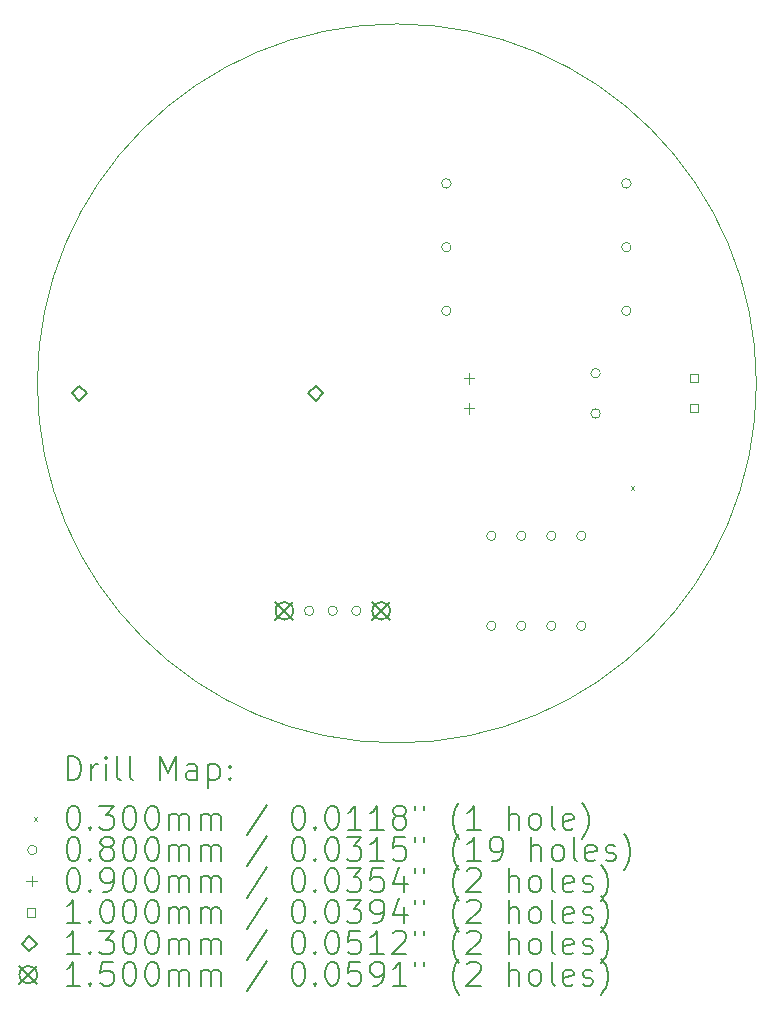
<source format=gbr>
%TF.GenerationSoftware,KiCad,Pcbnew,9.0.5*%
%TF.CreationDate,2025-11-04T12:18:06+05:30*%
%TF.ProjectId,digital_diya,64696769-7461-46c5-9f64-6979612e6b69,rev?*%
%TF.SameCoordinates,Original*%
%TF.FileFunction,Drillmap*%
%TF.FilePolarity,Positive*%
%FSLAX45Y45*%
G04 Gerber Fmt 4.5, Leading zero omitted, Abs format (unit mm)*
G04 Created by KiCad (PCBNEW 9.0.5) date 2025-11-04 12:18:06*
%MOMM*%
%LPD*%
G01*
G04 APERTURE LIST*
%ADD10C,0.050000*%
%ADD11C,0.200000*%
%ADD12C,0.100000*%
%ADD13C,0.130000*%
%ADD14C,0.150000*%
G04 APERTURE END LIST*
D10*
X17483679Y-7599353D02*
G75*
G02*
X11396121Y-7599353I-3043779J0D01*
G01*
X11396121Y-7599353D02*
G75*
G02*
X17483679Y-7599353I3043779J0D01*
G01*
D11*
D12*
X16418800Y-8468600D02*
X16448800Y-8498600D01*
X16448800Y-8468600D02*
X16418800Y-8498600D01*
X13737000Y-9525000D02*
G75*
G02*
X13657000Y-9525000I-40000J0D01*
G01*
X13657000Y-9525000D02*
G75*
G02*
X13737000Y-9525000I40000J0D01*
G01*
X13937000Y-9525000D02*
G75*
G02*
X13857000Y-9525000I-40000J0D01*
G01*
X13857000Y-9525000D02*
G75*
G02*
X13937000Y-9525000I40000J0D01*
G01*
X14137000Y-9525000D02*
G75*
G02*
X14057000Y-9525000I-40000J0D01*
G01*
X14057000Y-9525000D02*
G75*
G02*
X14137000Y-9525000I40000J0D01*
G01*
X14899000Y-5905500D02*
G75*
G02*
X14819000Y-5905500I-40000J0D01*
G01*
X14819000Y-5905500D02*
G75*
G02*
X14899000Y-5905500I40000J0D01*
G01*
X14899000Y-6445250D02*
G75*
G02*
X14819000Y-6445250I-40000J0D01*
G01*
X14819000Y-6445250D02*
G75*
G02*
X14899000Y-6445250I40000J0D01*
G01*
X14899000Y-6985000D02*
G75*
G02*
X14819000Y-6985000I-40000J0D01*
G01*
X14819000Y-6985000D02*
G75*
G02*
X14899000Y-6985000I40000J0D01*
G01*
X15280000Y-8889500D02*
G75*
G02*
X15200000Y-8889500I-40000J0D01*
G01*
X15200000Y-8889500D02*
G75*
G02*
X15280000Y-8889500I40000J0D01*
G01*
X15280000Y-9651500D02*
G75*
G02*
X15200000Y-9651500I-40000J0D01*
G01*
X15200000Y-9651500D02*
G75*
G02*
X15280000Y-9651500I40000J0D01*
G01*
X15534000Y-8889500D02*
G75*
G02*
X15454000Y-8889500I-40000J0D01*
G01*
X15454000Y-8889500D02*
G75*
G02*
X15534000Y-8889500I40000J0D01*
G01*
X15534000Y-9651500D02*
G75*
G02*
X15454000Y-9651500I-40000J0D01*
G01*
X15454000Y-9651500D02*
G75*
G02*
X15534000Y-9651500I40000J0D01*
G01*
X15788000Y-8889500D02*
G75*
G02*
X15708000Y-8889500I-40000J0D01*
G01*
X15708000Y-8889500D02*
G75*
G02*
X15788000Y-8889500I40000J0D01*
G01*
X15788000Y-9651500D02*
G75*
G02*
X15708000Y-9651500I-40000J0D01*
G01*
X15708000Y-9651500D02*
G75*
G02*
X15788000Y-9651500I40000J0D01*
G01*
X16042000Y-8889500D02*
G75*
G02*
X15962000Y-8889500I-40000J0D01*
G01*
X15962000Y-8889500D02*
G75*
G02*
X16042000Y-8889500I40000J0D01*
G01*
X16042000Y-9651500D02*
G75*
G02*
X15962000Y-9651500I-40000J0D01*
G01*
X15962000Y-9651500D02*
G75*
G02*
X16042000Y-9651500I40000J0D01*
G01*
X16162502Y-7513500D02*
G75*
G02*
X16082502Y-7513500I-40000J0D01*
G01*
X16082502Y-7513500D02*
G75*
G02*
X16162502Y-7513500I40000J0D01*
G01*
X16162502Y-7853500D02*
G75*
G02*
X16082502Y-7853500I-40000J0D01*
G01*
X16082502Y-7853500D02*
G75*
G02*
X16162502Y-7853500I40000J0D01*
G01*
X16423000Y-5905500D02*
G75*
G02*
X16343000Y-5905500I-40000J0D01*
G01*
X16343000Y-5905500D02*
G75*
G02*
X16423000Y-5905500I40000J0D01*
G01*
X16423000Y-6445250D02*
G75*
G02*
X16343000Y-6445250I-40000J0D01*
G01*
X16343000Y-6445250D02*
G75*
G02*
X16423000Y-6445250I40000J0D01*
G01*
X16423000Y-6985000D02*
G75*
G02*
X16343000Y-6985000I-40000J0D01*
G01*
X16343000Y-6985000D02*
G75*
G02*
X16423000Y-6985000I40000J0D01*
G01*
X15049500Y-7511000D02*
X15049500Y-7601000D01*
X15004500Y-7556000D02*
X15094500Y-7556000D01*
X15049500Y-7765000D02*
X15049500Y-7855000D01*
X15004500Y-7810000D02*
X15094500Y-7810000D01*
X16989856Y-7591356D02*
X16989856Y-7520644D01*
X16919144Y-7520644D01*
X16919144Y-7591356D01*
X16989856Y-7591356D01*
X16989856Y-7845356D02*
X16989856Y-7774644D01*
X16919144Y-7774644D01*
X16919144Y-7845356D01*
X16989856Y-7845356D01*
D13*
X11752091Y-7748500D02*
X11817091Y-7683500D01*
X11752091Y-7618500D01*
X11687091Y-7683500D01*
X11752091Y-7748500D01*
X13752091Y-7748500D02*
X13817091Y-7683500D01*
X13752091Y-7618500D01*
X13687091Y-7683500D01*
X13752091Y-7748500D01*
D14*
X13412000Y-9450000D02*
X13562000Y-9600000D01*
X13562000Y-9450000D02*
X13412000Y-9600000D01*
X13562000Y-9525000D02*
G75*
G02*
X13412000Y-9525000I-75000J0D01*
G01*
X13412000Y-9525000D02*
G75*
G02*
X13562000Y-9525000I75000J0D01*
G01*
X14232000Y-9450000D02*
X14382000Y-9600000D01*
X14382000Y-9450000D02*
X14232000Y-9600000D01*
X14382000Y-9525000D02*
G75*
G02*
X14232000Y-9525000I-75000J0D01*
G01*
X14232000Y-9525000D02*
G75*
G02*
X14382000Y-9525000I75000J0D01*
G01*
D11*
X11654398Y-10957115D02*
X11654398Y-10757115D01*
X11654398Y-10757115D02*
X11702017Y-10757115D01*
X11702017Y-10757115D02*
X11730588Y-10766639D01*
X11730588Y-10766639D02*
X11749636Y-10785687D01*
X11749636Y-10785687D02*
X11759160Y-10804734D01*
X11759160Y-10804734D02*
X11768684Y-10842830D01*
X11768684Y-10842830D02*
X11768684Y-10871401D01*
X11768684Y-10871401D02*
X11759160Y-10909496D01*
X11759160Y-10909496D02*
X11749636Y-10928544D01*
X11749636Y-10928544D02*
X11730588Y-10947592D01*
X11730588Y-10947592D02*
X11702017Y-10957115D01*
X11702017Y-10957115D02*
X11654398Y-10957115D01*
X11854398Y-10957115D02*
X11854398Y-10823782D01*
X11854398Y-10861877D02*
X11863922Y-10842830D01*
X11863922Y-10842830D02*
X11873445Y-10833306D01*
X11873445Y-10833306D02*
X11892493Y-10823782D01*
X11892493Y-10823782D02*
X11911541Y-10823782D01*
X11978207Y-10957115D02*
X11978207Y-10823782D01*
X11978207Y-10757115D02*
X11968684Y-10766639D01*
X11968684Y-10766639D02*
X11978207Y-10776163D01*
X11978207Y-10776163D02*
X11987731Y-10766639D01*
X11987731Y-10766639D02*
X11978207Y-10757115D01*
X11978207Y-10757115D02*
X11978207Y-10776163D01*
X12102017Y-10957115D02*
X12082969Y-10947592D01*
X12082969Y-10947592D02*
X12073445Y-10928544D01*
X12073445Y-10928544D02*
X12073445Y-10757115D01*
X12206779Y-10957115D02*
X12187731Y-10947592D01*
X12187731Y-10947592D02*
X12178207Y-10928544D01*
X12178207Y-10928544D02*
X12178207Y-10757115D01*
X12435350Y-10957115D02*
X12435350Y-10757115D01*
X12435350Y-10757115D02*
X12502017Y-10899972D01*
X12502017Y-10899972D02*
X12568684Y-10757115D01*
X12568684Y-10757115D02*
X12568684Y-10957115D01*
X12749636Y-10957115D02*
X12749636Y-10852353D01*
X12749636Y-10852353D02*
X12740112Y-10833306D01*
X12740112Y-10833306D02*
X12721065Y-10823782D01*
X12721065Y-10823782D02*
X12682969Y-10823782D01*
X12682969Y-10823782D02*
X12663922Y-10833306D01*
X12749636Y-10947592D02*
X12730588Y-10957115D01*
X12730588Y-10957115D02*
X12682969Y-10957115D01*
X12682969Y-10957115D02*
X12663922Y-10947592D01*
X12663922Y-10947592D02*
X12654398Y-10928544D01*
X12654398Y-10928544D02*
X12654398Y-10909496D01*
X12654398Y-10909496D02*
X12663922Y-10890449D01*
X12663922Y-10890449D02*
X12682969Y-10880925D01*
X12682969Y-10880925D02*
X12730588Y-10880925D01*
X12730588Y-10880925D02*
X12749636Y-10871401D01*
X12844874Y-10823782D02*
X12844874Y-11023782D01*
X12844874Y-10833306D02*
X12863922Y-10823782D01*
X12863922Y-10823782D02*
X12902017Y-10823782D01*
X12902017Y-10823782D02*
X12921065Y-10833306D01*
X12921065Y-10833306D02*
X12930588Y-10842830D01*
X12930588Y-10842830D02*
X12940112Y-10861877D01*
X12940112Y-10861877D02*
X12940112Y-10919020D01*
X12940112Y-10919020D02*
X12930588Y-10938068D01*
X12930588Y-10938068D02*
X12921065Y-10947592D01*
X12921065Y-10947592D02*
X12902017Y-10957115D01*
X12902017Y-10957115D02*
X12863922Y-10957115D01*
X12863922Y-10957115D02*
X12844874Y-10947592D01*
X13025826Y-10938068D02*
X13035350Y-10947592D01*
X13035350Y-10947592D02*
X13025826Y-10957115D01*
X13025826Y-10957115D02*
X13016303Y-10947592D01*
X13016303Y-10947592D02*
X13025826Y-10938068D01*
X13025826Y-10938068D02*
X13025826Y-10957115D01*
X13025826Y-10833306D02*
X13035350Y-10842830D01*
X13035350Y-10842830D02*
X13025826Y-10852353D01*
X13025826Y-10852353D02*
X13016303Y-10842830D01*
X13016303Y-10842830D02*
X13025826Y-10833306D01*
X13025826Y-10833306D02*
X13025826Y-10852353D01*
D12*
X11363621Y-11270631D02*
X11393621Y-11300631D01*
X11393621Y-11270631D02*
X11363621Y-11300631D01*
D11*
X11692493Y-11177115D02*
X11711541Y-11177115D01*
X11711541Y-11177115D02*
X11730588Y-11186639D01*
X11730588Y-11186639D02*
X11740112Y-11196163D01*
X11740112Y-11196163D02*
X11749636Y-11215210D01*
X11749636Y-11215210D02*
X11759160Y-11253306D01*
X11759160Y-11253306D02*
X11759160Y-11300925D01*
X11759160Y-11300925D02*
X11749636Y-11339020D01*
X11749636Y-11339020D02*
X11740112Y-11358068D01*
X11740112Y-11358068D02*
X11730588Y-11367591D01*
X11730588Y-11367591D02*
X11711541Y-11377115D01*
X11711541Y-11377115D02*
X11692493Y-11377115D01*
X11692493Y-11377115D02*
X11673445Y-11367591D01*
X11673445Y-11367591D02*
X11663922Y-11358068D01*
X11663922Y-11358068D02*
X11654398Y-11339020D01*
X11654398Y-11339020D02*
X11644874Y-11300925D01*
X11644874Y-11300925D02*
X11644874Y-11253306D01*
X11644874Y-11253306D02*
X11654398Y-11215210D01*
X11654398Y-11215210D02*
X11663922Y-11196163D01*
X11663922Y-11196163D02*
X11673445Y-11186639D01*
X11673445Y-11186639D02*
X11692493Y-11177115D01*
X11844874Y-11358068D02*
X11854398Y-11367591D01*
X11854398Y-11367591D02*
X11844874Y-11377115D01*
X11844874Y-11377115D02*
X11835350Y-11367591D01*
X11835350Y-11367591D02*
X11844874Y-11358068D01*
X11844874Y-11358068D02*
X11844874Y-11377115D01*
X11921065Y-11177115D02*
X12044874Y-11177115D01*
X12044874Y-11177115D02*
X11978207Y-11253306D01*
X11978207Y-11253306D02*
X12006779Y-11253306D01*
X12006779Y-11253306D02*
X12025826Y-11262829D01*
X12025826Y-11262829D02*
X12035350Y-11272353D01*
X12035350Y-11272353D02*
X12044874Y-11291401D01*
X12044874Y-11291401D02*
X12044874Y-11339020D01*
X12044874Y-11339020D02*
X12035350Y-11358068D01*
X12035350Y-11358068D02*
X12025826Y-11367591D01*
X12025826Y-11367591D02*
X12006779Y-11377115D01*
X12006779Y-11377115D02*
X11949636Y-11377115D01*
X11949636Y-11377115D02*
X11930588Y-11367591D01*
X11930588Y-11367591D02*
X11921065Y-11358068D01*
X12168684Y-11177115D02*
X12187731Y-11177115D01*
X12187731Y-11177115D02*
X12206779Y-11186639D01*
X12206779Y-11186639D02*
X12216303Y-11196163D01*
X12216303Y-11196163D02*
X12225826Y-11215210D01*
X12225826Y-11215210D02*
X12235350Y-11253306D01*
X12235350Y-11253306D02*
X12235350Y-11300925D01*
X12235350Y-11300925D02*
X12225826Y-11339020D01*
X12225826Y-11339020D02*
X12216303Y-11358068D01*
X12216303Y-11358068D02*
X12206779Y-11367591D01*
X12206779Y-11367591D02*
X12187731Y-11377115D01*
X12187731Y-11377115D02*
X12168684Y-11377115D01*
X12168684Y-11377115D02*
X12149636Y-11367591D01*
X12149636Y-11367591D02*
X12140112Y-11358068D01*
X12140112Y-11358068D02*
X12130588Y-11339020D01*
X12130588Y-11339020D02*
X12121065Y-11300925D01*
X12121065Y-11300925D02*
X12121065Y-11253306D01*
X12121065Y-11253306D02*
X12130588Y-11215210D01*
X12130588Y-11215210D02*
X12140112Y-11196163D01*
X12140112Y-11196163D02*
X12149636Y-11186639D01*
X12149636Y-11186639D02*
X12168684Y-11177115D01*
X12359160Y-11177115D02*
X12378207Y-11177115D01*
X12378207Y-11177115D02*
X12397255Y-11186639D01*
X12397255Y-11186639D02*
X12406779Y-11196163D01*
X12406779Y-11196163D02*
X12416303Y-11215210D01*
X12416303Y-11215210D02*
X12425826Y-11253306D01*
X12425826Y-11253306D02*
X12425826Y-11300925D01*
X12425826Y-11300925D02*
X12416303Y-11339020D01*
X12416303Y-11339020D02*
X12406779Y-11358068D01*
X12406779Y-11358068D02*
X12397255Y-11367591D01*
X12397255Y-11367591D02*
X12378207Y-11377115D01*
X12378207Y-11377115D02*
X12359160Y-11377115D01*
X12359160Y-11377115D02*
X12340112Y-11367591D01*
X12340112Y-11367591D02*
X12330588Y-11358068D01*
X12330588Y-11358068D02*
X12321065Y-11339020D01*
X12321065Y-11339020D02*
X12311541Y-11300925D01*
X12311541Y-11300925D02*
X12311541Y-11253306D01*
X12311541Y-11253306D02*
X12321065Y-11215210D01*
X12321065Y-11215210D02*
X12330588Y-11196163D01*
X12330588Y-11196163D02*
X12340112Y-11186639D01*
X12340112Y-11186639D02*
X12359160Y-11177115D01*
X12511541Y-11377115D02*
X12511541Y-11243782D01*
X12511541Y-11262829D02*
X12521065Y-11253306D01*
X12521065Y-11253306D02*
X12540112Y-11243782D01*
X12540112Y-11243782D02*
X12568684Y-11243782D01*
X12568684Y-11243782D02*
X12587731Y-11253306D01*
X12587731Y-11253306D02*
X12597255Y-11272353D01*
X12597255Y-11272353D02*
X12597255Y-11377115D01*
X12597255Y-11272353D02*
X12606779Y-11253306D01*
X12606779Y-11253306D02*
X12625826Y-11243782D01*
X12625826Y-11243782D02*
X12654398Y-11243782D01*
X12654398Y-11243782D02*
X12673446Y-11253306D01*
X12673446Y-11253306D02*
X12682969Y-11272353D01*
X12682969Y-11272353D02*
X12682969Y-11377115D01*
X12778207Y-11377115D02*
X12778207Y-11243782D01*
X12778207Y-11262829D02*
X12787731Y-11253306D01*
X12787731Y-11253306D02*
X12806779Y-11243782D01*
X12806779Y-11243782D02*
X12835350Y-11243782D01*
X12835350Y-11243782D02*
X12854398Y-11253306D01*
X12854398Y-11253306D02*
X12863922Y-11272353D01*
X12863922Y-11272353D02*
X12863922Y-11377115D01*
X12863922Y-11272353D02*
X12873446Y-11253306D01*
X12873446Y-11253306D02*
X12892493Y-11243782D01*
X12892493Y-11243782D02*
X12921065Y-11243782D01*
X12921065Y-11243782D02*
X12940112Y-11253306D01*
X12940112Y-11253306D02*
X12949636Y-11272353D01*
X12949636Y-11272353D02*
X12949636Y-11377115D01*
X13340112Y-11167592D02*
X13168684Y-11424734D01*
X13597255Y-11177115D02*
X13616303Y-11177115D01*
X13616303Y-11177115D02*
X13635350Y-11186639D01*
X13635350Y-11186639D02*
X13644874Y-11196163D01*
X13644874Y-11196163D02*
X13654398Y-11215210D01*
X13654398Y-11215210D02*
X13663922Y-11253306D01*
X13663922Y-11253306D02*
X13663922Y-11300925D01*
X13663922Y-11300925D02*
X13654398Y-11339020D01*
X13654398Y-11339020D02*
X13644874Y-11358068D01*
X13644874Y-11358068D02*
X13635350Y-11367591D01*
X13635350Y-11367591D02*
X13616303Y-11377115D01*
X13616303Y-11377115D02*
X13597255Y-11377115D01*
X13597255Y-11377115D02*
X13578208Y-11367591D01*
X13578208Y-11367591D02*
X13568684Y-11358068D01*
X13568684Y-11358068D02*
X13559160Y-11339020D01*
X13559160Y-11339020D02*
X13549636Y-11300925D01*
X13549636Y-11300925D02*
X13549636Y-11253306D01*
X13549636Y-11253306D02*
X13559160Y-11215210D01*
X13559160Y-11215210D02*
X13568684Y-11196163D01*
X13568684Y-11196163D02*
X13578208Y-11186639D01*
X13578208Y-11186639D02*
X13597255Y-11177115D01*
X13749636Y-11358068D02*
X13759160Y-11367591D01*
X13759160Y-11367591D02*
X13749636Y-11377115D01*
X13749636Y-11377115D02*
X13740112Y-11367591D01*
X13740112Y-11367591D02*
X13749636Y-11358068D01*
X13749636Y-11358068D02*
X13749636Y-11377115D01*
X13882969Y-11177115D02*
X13902017Y-11177115D01*
X13902017Y-11177115D02*
X13921065Y-11186639D01*
X13921065Y-11186639D02*
X13930589Y-11196163D01*
X13930589Y-11196163D02*
X13940112Y-11215210D01*
X13940112Y-11215210D02*
X13949636Y-11253306D01*
X13949636Y-11253306D02*
X13949636Y-11300925D01*
X13949636Y-11300925D02*
X13940112Y-11339020D01*
X13940112Y-11339020D02*
X13930589Y-11358068D01*
X13930589Y-11358068D02*
X13921065Y-11367591D01*
X13921065Y-11367591D02*
X13902017Y-11377115D01*
X13902017Y-11377115D02*
X13882969Y-11377115D01*
X13882969Y-11377115D02*
X13863922Y-11367591D01*
X13863922Y-11367591D02*
X13854398Y-11358068D01*
X13854398Y-11358068D02*
X13844874Y-11339020D01*
X13844874Y-11339020D02*
X13835350Y-11300925D01*
X13835350Y-11300925D02*
X13835350Y-11253306D01*
X13835350Y-11253306D02*
X13844874Y-11215210D01*
X13844874Y-11215210D02*
X13854398Y-11196163D01*
X13854398Y-11196163D02*
X13863922Y-11186639D01*
X13863922Y-11186639D02*
X13882969Y-11177115D01*
X14140112Y-11377115D02*
X14025827Y-11377115D01*
X14082969Y-11377115D02*
X14082969Y-11177115D01*
X14082969Y-11177115D02*
X14063922Y-11205687D01*
X14063922Y-11205687D02*
X14044874Y-11224734D01*
X14044874Y-11224734D02*
X14025827Y-11234258D01*
X14330589Y-11377115D02*
X14216303Y-11377115D01*
X14273446Y-11377115D02*
X14273446Y-11177115D01*
X14273446Y-11177115D02*
X14254398Y-11205687D01*
X14254398Y-11205687D02*
X14235350Y-11224734D01*
X14235350Y-11224734D02*
X14216303Y-11234258D01*
X14444874Y-11262829D02*
X14425827Y-11253306D01*
X14425827Y-11253306D02*
X14416303Y-11243782D01*
X14416303Y-11243782D02*
X14406779Y-11224734D01*
X14406779Y-11224734D02*
X14406779Y-11215210D01*
X14406779Y-11215210D02*
X14416303Y-11196163D01*
X14416303Y-11196163D02*
X14425827Y-11186639D01*
X14425827Y-11186639D02*
X14444874Y-11177115D01*
X14444874Y-11177115D02*
X14482970Y-11177115D01*
X14482970Y-11177115D02*
X14502017Y-11186639D01*
X14502017Y-11186639D02*
X14511541Y-11196163D01*
X14511541Y-11196163D02*
X14521065Y-11215210D01*
X14521065Y-11215210D02*
X14521065Y-11224734D01*
X14521065Y-11224734D02*
X14511541Y-11243782D01*
X14511541Y-11243782D02*
X14502017Y-11253306D01*
X14502017Y-11253306D02*
X14482970Y-11262829D01*
X14482970Y-11262829D02*
X14444874Y-11262829D01*
X14444874Y-11262829D02*
X14425827Y-11272353D01*
X14425827Y-11272353D02*
X14416303Y-11281877D01*
X14416303Y-11281877D02*
X14406779Y-11300925D01*
X14406779Y-11300925D02*
X14406779Y-11339020D01*
X14406779Y-11339020D02*
X14416303Y-11358068D01*
X14416303Y-11358068D02*
X14425827Y-11367591D01*
X14425827Y-11367591D02*
X14444874Y-11377115D01*
X14444874Y-11377115D02*
X14482970Y-11377115D01*
X14482970Y-11377115D02*
X14502017Y-11367591D01*
X14502017Y-11367591D02*
X14511541Y-11358068D01*
X14511541Y-11358068D02*
X14521065Y-11339020D01*
X14521065Y-11339020D02*
X14521065Y-11300925D01*
X14521065Y-11300925D02*
X14511541Y-11281877D01*
X14511541Y-11281877D02*
X14502017Y-11272353D01*
X14502017Y-11272353D02*
X14482970Y-11262829D01*
X14597255Y-11177115D02*
X14597255Y-11215210D01*
X14673446Y-11177115D02*
X14673446Y-11215210D01*
X14968684Y-11453306D02*
X14959160Y-11443782D01*
X14959160Y-11443782D02*
X14940112Y-11415210D01*
X14940112Y-11415210D02*
X14930589Y-11396163D01*
X14930589Y-11396163D02*
X14921065Y-11367591D01*
X14921065Y-11367591D02*
X14911541Y-11319972D01*
X14911541Y-11319972D02*
X14911541Y-11281877D01*
X14911541Y-11281877D02*
X14921065Y-11234258D01*
X14921065Y-11234258D02*
X14930589Y-11205687D01*
X14930589Y-11205687D02*
X14940112Y-11186639D01*
X14940112Y-11186639D02*
X14959160Y-11158068D01*
X14959160Y-11158068D02*
X14968684Y-11148544D01*
X15149636Y-11377115D02*
X15035351Y-11377115D01*
X15092493Y-11377115D02*
X15092493Y-11177115D01*
X15092493Y-11177115D02*
X15073446Y-11205687D01*
X15073446Y-11205687D02*
X15054398Y-11224734D01*
X15054398Y-11224734D02*
X15035351Y-11234258D01*
X15387732Y-11377115D02*
X15387732Y-11177115D01*
X15473446Y-11377115D02*
X15473446Y-11272353D01*
X15473446Y-11272353D02*
X15463922Y-11253306D01*
X15463922Y-11253306D02*
X15444874Y-11243782D01*
X15444874Y-11243782D02*
X15416303Y-11243782D01*
X15416303Y-11243782D02*
X15397255Y-11253306D01*
X15397255Y-11253306D02*
X15387732Y-11262829D01*
X15597255Y-11377115D02*
X15578208Y-11367591D01*
X15578208Y-11367591D02*
X15568684Y-11358068D01*
X15568684Y-11358068D02*
X15559160Y-11339020D01*
X15559160Y-11339020D02*
X15559160Y-11281877D01*
X15559160Y-11281877D02*
X15568684Y-11262829D01*
X15568684Y-11262829D02*
X15578208Y-11253306D01*
X15578208Y-11253306D02*
X15597255Y-11243782D01*
X15597255Y-11243782D02*
X15625827Y-11243782D01*
X15625827Y-11243782D02*
X15644874Y-11253306D01*
X15644874Y-11253306D02*
X15654398Y-11262829D01*
X15654398Y-11262829D02*
X15663922Y-11281877D01*
X15663922Y-11281877D02*
X15663922Y-11339020D01*
X15663922Y-11339020D02*
X15654398Y-11358068D01*
X15654398Y-11358068D02*
X15644874Y-11367591D01*
X15644874Y-11367591D02*
X15625827Y-11377115D01*
X15625827Y-11377115D02*
X15597255Y-11377115D01*
X15778208Y-11377115D02*
X15759160Y-11367591D01*
X15759160Y-11367591D02*
X15749636Y-11348544D01*
X15749636Y-11348544D02*
X15749636Y-11177115D01*
X15930589Y-11367591D02*
X15911541Y-11377115D01*
X15911541Y-11377115D02*
X15873446Y-11377115D01*
X15873446Y-11377115D02*
X15854398Y-11367591D01*
X15854398Y-11367591D02*
X15844874Y-11348544D01*
X15844874Y-11348544D02*
X15844874Y-11272353D01*
X15844874Y-11272353D02*
X15854398Y-11253306D01*
X15854398Y-11253306D02*
X15873446Y-11243782D01*
X15873446Y-11243782D02*
X15911541Y-11243782D01*
X15911541Y-11243782D02*
X15930589Y-11253306D01*
X15930589Y-11253306D02*
X15940113Y-11272353D01*
X15940113Y-11272353D02*
X15940113Y-11291401D01*
X15940113Y-11291401D02*
X15844874Y-11310449D01*
X16006779Y-11453306D02*
X16016303Y-11443782D01*
X16016303Y-11443782D02*
X16035351Y-11415210D01*
X16035351Y-11415210D02*
X16044874Y-11396163D01*
X16044874Y-11396163D02*
X16054398Y-11367591D01*
X16054398Y-11367591D02*
X16063922Y-11319972D01*
X16063922Y-11319972D02*
X16063922Y-11281877D01*
X16063922Y-11281877D02*
X16054398Y-11234258D01*
X16054398Y-11234258D02*
X16044874Y-11205687D01*
X16044874Y-11205687D02*
X16035351Y-11186639D01*
X16035351Y-11186639D02*
X16016303Y-11158068D01*
X16016303Y-11158068D02*
X16006779Y-11148544D01*
D12*
X11393621Y-11549631D02*
G75*
G02*
X11313621Y-11549631I-40000J0D01*
G01*
X11313621Y-11549631D02*
G75*
G02*
X11393621Y-11549631I40000J0D01*
G01*
D11*
X11692493Y-11441115D02*
X11711541Y-11441115D01*
X11711541Y-11441115D02*
X11730588Y-11450639D01*
X11730588Y-11450639D02*
X11740112Y-11460163D01*
X11740112Y-11460163D02*
X11749636Y-11479210D01*
X11749636Y-11479210D02*
X11759160Y-11517306D01*
X11759160Y-11517306D02*
X11759160Y-11564925D01*
X11759160Y-11564925D02*
X11749636Y-11603020D01*
X11749636Y-11603020D02*
X11740112Y-11622068D01*
X11740112Y-11622068D02*
X11730588Y-11631591D01*
X11730588Y-11631591D02*
X11711541Y-11641115D01*
X11711541Y-11641115D02*
X11692493Y-11641115D01*
X11692493Y-11641115D02*
X11673445Y-11631591D01*
X11673445Y-11631591D02*
X11663922Y-11622068D01*
X11663922Y-11622068D02*
X11654398Y-11603020D01*
X11654398Y-11603020D02*
X11644874Y-11564925D01*
X11644874Y-11564925D02*
X11644874Y-11517306D01*
X11644874Y-11517306D02*
X11654398Y-11479210D01*
X11654398Y-11479210D02*
X11663922Y-11460163D01*
X11663922Y-11460163D02*
X11673445Y-11450639D01*
X11673445Y-11450639D02*
X11692493Y-11441115D01*
X11844874Y-11622068D02*
X11854398Y-11631591D01*
X11854398Y-11631591D02*
X11844874Y-11641115D01*
X11844874Y-11641115D02*
X11835350Y-11631591D01*
X11835350Y-11631591D02*
X11844874Y-11622068D01*
X11844874Y-11622068D02*
X11844874Y-11641115D01*
X11968684Y-11526829D02*
X11949636Y-11517306D01*
X11949636Y-11517306D02*
X11940112Y-11507782D01*
X11940112Y-11507782D02*
X11930588Y-11488734D01*
X11930588Y-11488734D02*
X11930588Y-11479210D01*
X11930588Y-11479210D02*
X11940112Y-11460163D01*
X11940112Y-11460163D02*
X11949636Y-11450639D01*
X11949636Y-11450639D02*
X11968684Y-11441115D01*
X11968684Y-11441115D02*
X12006779Y-11441115D01*
X12006779Y-11441115D02*
X12025826Y-11450639D01*
X12025826Y-11450639D02*
X12035350Y-11460163D01*
X12035350Y-11460163D02*
X12044874Y-11479210D01*
X12044874Y-11479210D02*
X12044874Y-11488734D01*
X12044874Y-11488734D02*
X12035350Y-11507782D01*
X12035350Y-11507782D02*
X12025826Y-11517306D01*
X12025826Y-11517306D02*
X12006779Y-11526829D01*
X12006779Y-11526829D02*
X11968684Y-11526829D01*
X11968684Y-11526829D02*
X11949636Y-11536353D01*
X11949636Y-11536353D02*
X11940112Y-11545877D01*
X11940112Y-11545877D02*
X11930588Y-11564925D01*
X11930588Y-11564925D02*
X11930588Y-11603020D01*
X11930588Y-11603020D02*
X11940112Y-11622068D01*
X11940112Y-11622068D02*
X11949636Y-11631591D01*
X11949636Y-11631591D02*
X11968684Y-11641115D01*
X11968684Y-11641115D02*
X12006779Y-11641115D01*
X12006779Y-11641115D02*
X12025826Y-11631591D01*
X12025826Y-11631591D02*
X12035350Y-11622068D01*
X12035350Y-11622068D02*
X12044874Y-11603020D01*
X12044874Y-11603020D02*
X12044874Y-11564925D01*
X12044874Y-11564925D02*
X12035350Y-11545877D01*
X12035350Y-11545877D02*
X12025826Y-11536353D01*
X12025826Y-11536353D02*
X12006779Y-11526829D01*
X12168684Y-11441115D02*
X12187731Y-11441115D01*
X12187731Y-11441115D02*
X12206779Y-11450639D01*
X12206779Y-11450639D02*
X12216303Y-11460163D01*
X12216303Y-11460163D02*
X12225826Y-11479210D01*
X12225826Y-11479210D02*
X12235350Y-11517306D01*
X12235350Y-11517306D02*
X12235350Y-11564925D01*
X12235350Y-11564925D02*
X12225826Y-11603020D01*
X12225826Y-11603020D02*
X12216303Y-11622068D01*
X12216303Y-11622068D02*
X12206779Y-11631591D01*
X12206779Y-11631591D02*
X12187731Y-11641115D01*
X12187731Y-11641115D02*
X12168684Y-11641115D01*
X12168684Y-11641115D02*
X12149636Y-11631591D01*
X12149636Y-11631591D02*
X12140112Y-11622068D01*
X12140112Y-11622068D02*
X12130588Y-11603020D01*
X12130588Y-11603020D02*
X12121065Y-11564925D01*
X12121065Y-11564925D02*
X12121065Y-11517306D01*
X12121065Y-11517306D02*
X12130588Y-11479210D01*
X12130588Y-11479210D02*
X12140112Y-11460163D01*
X12140112Y-11460163D02*
X12149636Y-11450639D01*
X12149636Y-11450639D02*
X12168684Y-11441115D01*
X12359160Y-11441115D02*
X12378207Y-11441115D01*
X12378207Y-11441115D02*
X12397255Y-11450639D01*
X12397255Y-11450639D02*
X12406779Y-11460163D01*
X12406779Y-11460163D02*
X12416303Y-11479210D01*
X12416303Y-11479210D02*
X12425826Y-11517306D01*
X12425826Y-11517306D02*
X12425826Y-11564925D01*
X12425826Y-11564925D02*
X12416303Y-11603020D01*
X12416303Y-11603020D02*
X12406779Y-11622068D01*
X12406779Y-11622068D02*
X12397255Y-11631591D01*
X12397255Y-11631591D02*
X12378207Y-11641115D01*
X12378207Y-11641115D02*
X12359160Y-11641115D01*
X12359160Y-11641115D02*
X12340112Y-11631591D01*
X12340112Y-11631591D02*
X12330588Y-11622068D01*
X12330588Y-11622068D02*
X12321065Y-11603020D01*
X12321065Y-11603020D02*
X12311541Y-11564925D01*
X12311541Y-11564925D02*
X12311541Y-11517306D01*
X12311541Y-11517306D02*
X12321065Y-11479210D01*
X12321065Y-11479210D02*
X12330588Y-11460163D01*
X12330588Y-11460163D02*
X12340112Y-11450639D01*
X12340112Y-11450639D02*
X12359160Y-11441115D01*
X12511541Y-11641115D02*
X12511541Y-11507782D01*
X12511541Y-11526829D02*
X12521065Y-11517306D01*
X12521065Y-11517306D02*
X12540112Y-11507782D01*
X12540112Y-11507782D02*
X12568684Y-11507782D01*
X12568684Y-11507782D02*
X12587731Y-11517306D01*
X12587731Y-11517306D02*
X12597255Y-11536353D01*
X12597255Y-11536353D02*
X12597255Y-11641115D01*
X12597255Y-11536353D02*
X12606779Y-11517306D01*
X12606779Y-11517306D02*
X12625826Y-11507782D01*
X12625826Y-11507782D02*
X12654398Y-11507782D01*
X12654398Y-11507782D02*
X12673446Y-11517306D01*
X12673446Y-11517306D02*
X12682969Y-11536353D01*
X12682969Y-11536353D02*
X12682969Y-11641115D01*
X12778207Y-11641115D02*
X12778207Y-11507782D01*
X12778207Y-11526829D02*
X12787731Y-11517306D01*
X12787731Y-11517306D02*
X12806779Y-11507782D01*
X12806779Y-11507782D02*
X12835350Y-11507782D01*
X12835350Y-11507782D02*
X12854398Y-11517306D01*
X12854398Y-11517306D02*
X12863922Y-11536353D01*
X12863922Y-11536353D02*
X12863922Y-11641115D01*
X12863922Y-11536353D02*
X12873446Y-11517306D01*
X12873446Y-11517306D02*
X12892493Y-11507782D01*
X12892493Y-11507782D02*
X12921065Y-11507782D01*
X12921065Y-11507782D02*
X12940112Y-11517306D01*
X12940112Y-11517306D02*
X12949636Y-11536353D01*
X12949636Y-11536353D02*
X12949636Y-11641115D01*
X13340112Y-11431591D02*
X13168684Y-11688734D01*
X13597255Y-11441115D02*
X13616303Y-11441115D01*
X13616303Y-11441115D02*
X13635350Y-11450639D01*
X13635350Y-11450639D02*
X13644874Y-11460163D01*
X13644874Y-11460163D02*
X13654398Y-11479210D01*
X13654398Y-11479210D02*
X13663922Y-11517306D01*
X13663922Y-11517306D02*
X13663922Y-11564925D01*
X13663922Y-11564925D02*
X13654398Y-11603020D01*
X13654398Y-11603020D02*
X13644874Y-11622068D01*
X13644874Y-11622068D02*
X13635350Y-11631591D01*
X13635350Y-11631591D02*
X13616303Y-11641115D01*
X13616303Y-11641115D02*
X13597255Y-11641115D01*
X13597255Y-11641115D02*
X13578208Y-11631591D01*
X13578208Y-11631591D02*
X13568684Y-11622068D01*
X13568684Y-11622068D02*
X13559160Y-11603020D01*
X13559160Y-11603020D02*
X13549636Y-11564925D01*
X13549636Y-11564925D02*
X13549636Y-11517306D01*
X13549636Y-11517306D02*
X13559160Y-11479210D01*
X13559160Y-11479210D02*
X13568684Y-11460163D01*
X13568684Y-11460163D02*
X13578208Y-11450639D01*
X13578208Y-11450639D02*
X13597255Y-11441115D01*
X13749636Y-11622068D02*
X13759160Y-11631591D01*
X13759160Y-11631591D02*
X13749636Y-11641115D01*
X13749636Y-11641115D02*
X13740112Y-11631591D01*
X13740112Y-11631591D02*
X13749636Y-11622068D01*
X13749636Y-11622068D02*
X13749636Y-11641115D01*
X13882969Y-11441115D02*
X13902017Y-11441115D01*
X13902017Y-11441115D02*
X13921065Y-11450639D01*
X13921065Y-11450639D02*
X13930589Y-11460163D01*
X13930589Y-11460163D02*
X13940112Y-11479210D01*
X13940112Y-11479210D02*
X13949636Y-11517306D01*
X13949636Y-11517306D02*
X13949636Y-11564925D01*
X13949636Y-11564925D02*
X13940112Y-11603020D01*
X13940112Y-11603020D02*
X13930589Y-11622068D01*
X13930589Y-11622068D02*
X13921065Y-11631591D01*
X13921065Y-11631591D02*
X13902017Y-11641115D01*
X13902017Y-11641115D02*
X13882969Y-11641115D01*
X13882969Y-11641115D02*
X13863922Y-11631591D01*
X13863922Y-11631591D02*
X13854398Y-11622068D01*
X13854398Y-11622068D02*
X13844874Y-11603020D01*
X13844874Y-11603020D02*
X13835350Y-11564925D01*
X13835350Y-11564925D02*
X13835350Y-11517306D01*
X13835350Y-11517306D02*
X13844874Y-11479210D01*
X13844874Y-11479210D02*
X13854398Y-11460163D01*
X13854398Y-11460163D02*
X13863922Y-11450639D01*
X13863922Y-11450639D02*
X13882969Y-11441115D01*
X14016303Y-11441115D02*
X14140112Y-11441115D01*
X14140112Y-11441115D02*
X14073446Y-11517306D01*
X14073446Y-11517306D02*
X14102017Y-11517306D01*
X14102017Y-11517306D02*
X14121065Y-11526829D01*
X14121065Y-11526829D02*
X14130589Y-11536353D01*
X14130589Y-11536353D02*
X14140112Y-11555401D01*
X14140112Y-11555401D02*
X14140112Y-11603020D01*
X14140112Y-11603020D02*
X14130589Y-11622068D01*
X14130589Y-11622068D02*
X14121065Y-11631591D01*
X14121065Y-11631591D02*
X14102017Y-11641115D01*
X14102017Y-11641115D02*
X14044874Y-11641115D01*
X14044874Y-11641115D02*
X14025827Y-11631591D01*
X14025827Y-11631591D02*
X14016303Y-11622068D01*
X14330589Y-11641115D02*
X14216303Y-11641115D01*
X14273446Y-11641115D02*
X14273446Y-11441115D01*
X14273446Y-11441115D02*
X14254398Y-11469687D01*
X14254398Y-11469687D02*
X14235350Y-11488734D01*
X14235350Y-11488734D02*
X14216303Y-11498258D01*
X14511541Y-11441115D02*
X14416303Y-11441115D01*
X14416303Y-11441115D02*
X14406779Y-11536353D01*
X14406779Y-11536353D02*
X14416303Y-11526829D01*
X14416303Y-11526829D02*
X14435350Y-11517306D01*
X14435350Y-11517306D02*
X14482970Y-11517306D01*
X14482970Y-11517306D02*
X14502017Y-11526829D01*
X14502017Y-11526829D02*
X14511541Y-11536353D01*
X14511541Y-11536353D02*
X14521065Y-11555401D01*
X14521065Y-11555401D02*
X14521065Y-11603020D01*
X14521065Y-11603020D02*
X14511541Y-11622068D01*
X14511541Y-11622068D02*
X14502017Y-11631591D01*
X14502017Y-11631591D02*
X14482970Y-11641115D01*
X14482970Y-11641115D02*
X14435350Y-11641115D01*
X14435350Y-11641115D02*
X14416303Y-11631591D01*
X14416303Y-11631591D02*
X14406779Y-11622068D01*
X14597255Y-11441115D02*
X14597255Y-11479210D01*
X14673446Y-11441115D02*
X14673446Y-11479210D01*
X14968684Y-11717306D02*
X14959160Y-11707782D01*
X14959160Y-11707782D02*
X14940112Y-11679210D01*
X14940112Y-11679210D02*
X14930589Y-11660163D01*
X14930589Y-11660163D02*
X14921065Y-11631591D01*
X14921065Y-11631591D02*
X14911541Y-11583972D01*
X14911541Y-11583972D02*
X14911541Y-11545877D01*
X14911541Y-11545877D02*
X14921065Y-11498258D01*
X14921065Y-11498258D02*
X14930589Y-11469687D01*
X14930589Y-11469687D02*
X14940112Y-11450639D01*
X14940112Y-11450639D02*
X14959160Y-11422068D01*
X14959160Y-11422068D02*
X14968684Y-11412544D01*
X15149636Y-11641115D02*
X15035351Y-11641115D01*
X15092493Y-11641115D02*
X15092493Y-11441115D01*
X15092493Y-11441115D02*
X15073446Y-11469687D01*
X15073446Y-11469687D02*
X15054398Y-11488734D01*
X15054398Y-11488734D02*
X15035351Y-11498258D01*
X15244874Y-11641115D02*
X15282970Y-11641115D01*
X15282970Y-11641115D02*
X15302017Y-11631591D01*
X15302017Y-11631591D02*
X15311541Y-11622068D01*
X15311541Y-11622068D02*
X15330589Y-11593496D01*
X15330589Y-11593496D02*
X15340112Y-11555401D01*
X15340112Y-11555401D02*
X15340112Y-11479210D01*
X15340112Y-11479210D02*
X15330589Y-11460163D01*
X15330589Y-11460163D02*
X15321065Y-11450639D01*
X15321065Y-11450639D02*
X15302017Y-11441115D01*
X15302017Y-11441115D02*
X15263922Y-11441115D01*
X15263922Y-11441115D02*
X15244874Y-11450639D01*
X15244874Y-11450639D02*
X15235351Y-11460163D01*
X15235351Y-11460163D02*
X15225827Y-11479210D01*
X15225827Y-11479210D02*
X15225827Y-11526829D01*
X15225827Y-11526829D02*
X15235351Y-11545877D01*
X15235351Y-11545877D02*
X15244874Y-11555401D01*
X15244874Y-11555401D02*
X15263922Y-11564925D01*
X15263922Y-11564925D02*
X15302017Y-11564925D01*
X15302017Y-11564925D02*
X15321065Y-11555401D01*
X15321065Y-11555401D02*
X15330589Y-11545877D01*
X15330589Y-11545877D02*
X15340112Y-11526829D01*
X15578208Y-11641115D02*
X15578208Y-11441115D01*
X15663922Y-11641115D02*
X15663922Y-11536353D01*
X15663922Y-11536353D02*
X15654398Y-11517306D01*
X15654398Y-11517306D02*
X15635351Y-11507782D01*
X15635351Y-11507782D02*
X15606779Y-11507782D01*
X15606779Y-11507782D02*
X15587732Y-11517306D01*
X15587732Y-11517306D02*
X15578208Y-11526829D01*
X15787732Y-11641115D02*
X15768684Y-11631591D01*
X15768684Y-11631591D02*
X15759160Y-11622068D01*
X15759160Y-11622068D02*
X15749636Y-11603020D01*
X15749636Y-11603020D02*
X15749636Y-11545877D01*
X15749636Y-11545877D02*
X15759160Y-11526829D01*
X15759160Y-11526829D02*
X15768684Y-11517306D01*
X15768684Y-11517306D02*
X15787732Y-11507782D01*
X15787732Y-11507782D02*
X15816303Y-11507782D01*
X15816303Y-11507782D02*
X15835351Y-11517306D01*
X15835351Y-11517306D02*
X15844874Y-11526829D01*
X15844874Y-11526829D02*
X15854398Y-11545877D01*
X15854398Y-11545877D02*
X15854398Y-11603020D01*
X15854398Y-11603020D02*
X15844874Y-11622068D01*
X15844874Y-11622068D02*
X15835351Y-11631591D01*
X15835351Y-11631591D02*
X15816303Y-11641115D01*
X15816303Y-11641115D02*
X15787732Y-11641115D01*
X15968684Y-11641115D02*
X15949636Y-11631591D01*
X15949636Y-11631591D02*
X15940113Y-11612544D01*
X15940113Y-11612544D02*
X15940113Y-11441115D01*
X16121065Y-11631591D02*
X16102017Y-11641115D01*
X16102017Y-11641115D02*
X16063922Y-11641115D01*
X16063922Y-11641115D02*
X16044874Y-11631591D01*
X16044874Y-11631591D02*
X16035351Y-11612544D01*
X16035351Y-11612544D02*
X16035351Y-11536353D01*
X16035351Y-11536353D02*
X16044874Y-11517306D01*
X16044874Y-11517306D02*
X16063922Y-11507782D01*
X16063922Y-11507782D02*
X16102017Y-11507782D01*
X16102017Y-11507782D02*
X16121065Y-11517306D01*
X16121065Y-11517306D02*
X16130589Y-11536353D01*
X16130589Y-11536353D02*
X16130589Y-11555401D01*
X16130589Y-11555401D02*
X16035351Y-11574449D01*
X16206779Y-11631591D02*
X16225827Y-11641115D01*
X16225827Y-11641115D02*
X16263922Y-11641115D01*
X16263922Y-11641115D02*
X16282970Y-11631591D01*
X16282970Y-11631591D02*
X16292494Y-11612544D01*
X16292494Y-11612544D02*
X16292494Y-11603020D01*
X16292494Y-11603020D02*
X16282970Y-11583972D01*
X16282970Y-11583972D02*
X16263922Y-11574449D01*
X16263922Y-11574449D02*
X16235351Y-11574449D01*
X16235351Y-11574449D02*
X16216303Y-11564925D01*
X16216303Y-11564925D02*
X16206779Y-11545877D01*
X16206779Y-11545877D02*
X16206779Y-11536353D01*
X16206779Y-11536353D02*
X16216303Y-11517306D01*
X16216303Y-11517306D02*
X16235351Y-11507782D01*
X16235351Y-11507782D02*
X16263922Y-11507782D01*
X16263922Y-11507782D02*
X16282970Y-11517306D01*
X16359160Y-11717306D02*
X16368684Y-11707782D01*
X16368684Y-11707782D02*
X16387732Y-11679210D01*
X16387732Y-11679210D02*
X16397255Y-11660163D01*
X16397255Y-11660163D02*
X16406779Y-11631591D01*
X16406779Y-11631591D02*
X16416303Y-11583972D01*
X16416303Y-11583972D02*
X16416303Y-11545877D01*
X16416303Y-11545877D02*
X16406779Y-11498258D01*
X16406779Y-11498258D02*
X16397255Y-11469687D01*
X16397255Y-11469687D02*
X16387732Y-11450639D01*
X16387732Y-11450639D02*
X16368684Y-11422068D01*
X16368684Y-11422068D02*
X16359160Y-11412544D01*
D12*
X11348621Y-11768631D02*
X11348621Y-11858631D01*
X11303621Y-11813631D02*
X11393621Y-11813631D01*
D11*
X11692493Y-11705115D02*
X11711541Y-11705115D01*
X11711541Y-11705115D02*
X11730588Y-11714639D01*
X11730588Y-11714639D02*
X11740112Y-11724163D01*
X11740112Y-11724163D02*
X11749636Y-11743210D01*
X11749636Y-11743210D02*
X11759160Y-11781306D01*
X11759160Y-11781306D02*
X11759160Y-11828925D01*
X11759160Y-11828925D02*
X11749636Y-11867020D01*
X11749636Y-11867020D02*
X11740112Y-11886068D01*
X11740112Y-11886068D02*
X11730588Y-11895591D01*
X11730588Y-11895591D02*
X11711541Y-11905115D01*
X11711541Y-11905115D02*
X11692493Y-11905115D01*
X11692493Y-11905115D02*
X11673445Y-11895591D01*
X11673445Y-11895591D02*
X11663922Y-11886068D01*
X11663922Y-11886068D02*
X11654398Y-11867020D01*
X11654398Y-11867020D02*
X11644874Y-11828925D01*
X11644874Y-11828925D02*
X11644874Y-11781306D01*
X11644874Y-11781306D02*
X11654398Y-11743210D01*
X11654398Y-11743210D02*
X11663922Y-11724163D01*
X11663922Y-11724163D02*
X11673445Y-11714639D01*
X11673445Y-11714639D02*
X11692493Y-11705115D01*
X11844874Y-11886068D02*
X11854398Y-11895591D01*
X11854398Y-11895591D02*
X11844874Y-11905115D01*
X11844874Y-11905115D02*
X11835350Y-11895591D01*
X11835350Y-11895591D02*
X11844874Y-11886068D01*
X11844874Y-11886068D02*
X11844874Y-11905115D01*
X11949636Y-11905115D02*
X11987731Y-11905115D01*
X11987731Y-11905115D02*
X12006779Y-11895591D01*
X12006779Y-11895591D02*
X12016303Y-11886068D01*
X12016303Y-11886068D02*
X12035350Y-11857496D01*
X12035350Y-11857496D02*
X12044874Y-11819401D01*
X12044874Y-11819401D02*
X12044874Y-11743210D01*
X12044874Y-11743210D02*
X12035350Y-11724163D01*
X12035350Y-11724163D02*
X12025826Y-11714639D01*
X12025826Y-11714639D02*
X12006779Y-11705115D01*
X12006779Y-11705115D02*
X11968684Y-11705115D01*
X11968684Y-11705115D02*
X11949636Y-11714639D01*
X11949636Y-11714639D02*
X11940112Y-11724163D01*
X11940112Y-11724163D02*
X11930588Y-11743210D01*
X11930588Y-11743210D02*
X11930588Y-11790829D01*
X11930588Y-11790829D02*
X11940112Y-11809877D01*
X11940112Y-11809877D02*
X11949636Y-11819401D01*
X11949636Y-11819401D02*
X11968684Y-11828925D01*
X11968684Y-11828925D02*
X12006779Y-11828925D01*
X12006779Y-11828925D02*
X12025826Y-11819401D01*
X12025826Y-11819401D02*
X12035350Y-11809877D01*
X12035350Y-11809877D02*
X12044874Y-11790829D01*
X12168684Y-11705115D02*
X12187731Y-11705115D01*
X12187731Y-11705115D02*
X12206779Y-11714639D01*
X12206779Y-11714639D02*
X12216303Y-11724163D01*
X12216303Y-11724163D02*
X12225826Y-11743210D01*
X12225826Y-11743210D02*
X12235350Y-11781306D01*
X12235350Y-11781306D02*
X12235350Y-11828925D01*
X12235350Y-11828925D02*
X12225826Y-11867020D01*
X12225826Y-11867020D02*
X12216303Y-11886068D01*
X12216303Y-11886068D02*
X12206779Y-11895591D01*
X12206779Y-11895591D02*
X12187731Y-11905115D01*
X12187731Y-11905115D02*
X12168684Y-11905115D01*
X12168684Y-11905115D02*
X12149636Y-11895591D01*
X12149636Y-11895591D02*
X12140112Y-11886068D01*
X12140112Y-11886068D02*
X12130588Y-11867020D01*
X12130588Y-11867020D02*
X12121065Y-11828925D01*
X12121065Y-11828925D02*
X12121065Y-11781306D01*
X12121065Y-11781306D02*
X12130588Y-11743210D01*
X12130588Y-11743210D02*
X12140112Y-11724163D01*
X12140112Y-11724163D02*
X12149636Y-11714639D01*
X12149636Y-11714639D02*
X12168684Y-11705115D01*
X12359160Y-11705115D02*
X12378207Y-11705115D01*
X12378207Y-11705115D02*
X12397255Y-11714639D01*
X12397255Y-11714639D02*
X12406779Y-11724163D01*
X12406779Y-11724163D02*
X12416303Y-11743210D01*
X12416303Y-11743210D02*
X12425826Y-11781306D01*
X12425826Y-11781306D02*
X12425826Y-11828925D01*
X12425826Y-11828925D02*
X12416303Y-11867020D01*
X12416303Y-11867020D02*
X12406779Y-11886068D01*
X12406779Y-11886068D02*
X12397255Y-11895591D01*
X12397255Y-11895591D02*
X12378207Y-11905115D01*
X12378207Y-11905115D02*
X12359160Y-11905115D01*
X12359160Y-11905115D02*
X12340112Y-11895591D01*
X12340112Y-11895591D02*
X12330588Y-11886068D01*
X12330588Y-11886068D02*
X12321065Y-11867020D01*
X12321065Y-11867020D02*
X12311541Y-11828925D01*
X12311541Y-11828925D02*
X12311541Y-11781306D01*
X12311541Y-11781306D02*
X12321065Y-11743210D01*
X12321065Y-11743210D02*
X12330588Y-11724163D01*
X12330588Y-11724163D02*
X12340112Y-11714639D01*
X12340112Y-11714639D02*
X12359160Y-11705115D01*
X12511541Y-11905115D02*
X12511541Y-11771782D01*
X12511541Y-11790829D02*
X12521065Y-11781306D01*
X12521065Y-11781306D02*
X12540112Y-11771782D01*
X12540112Y-11771782D02*
X12568684Y-11771782D01*
X12568684Y-11771782D02*
X12587731Y-11781306D01*
X12587731Y-11781306D02*
X12597255Y-11800353D01*
X12597255Y-11800353D02*
X12597255Y-11905115D01*
X12597255Y-11800353D02*
X12606779Y-11781306D01*
X12606779Y-11781306D02*
X12625826Y-11771782D01*
X12625826Y-11771782D02*
X12654398Y-11771782D01*
X12654398Y-11771782D02*
X12673446Y-11781306D01*
X12673446Y-11781306D02*
X12682969Y-11800353D01*
X12682969Y-11800353D02*
X12682969Y-11905115D01*
X12778207Y-11905115D02*
X12778207Y-11771782D01*
X12778207Y-11790829D02*
X12787731Y-11781306D01*
X12787731Y-11781306D02*
X12806779Y-11771782D01*
X12806779Y-11771782D02*
X12835350Y-11771782D01*
X12835350Y-11771782D02*
X12854398Y-11781306D01*
X12854398Y-11781306D02*
X12863922Y-11800353D01*
X12863922Y-11800353D02*
X12863922Y-11905115D01*
X12863922Y-11800353D02*
X12873446Y-11781306D01*
X12873446Y-11781306D02*
X12892493Y-11771782D01*
X12892493Y-11771782D02*
X12921065Y-11771782D01*
X12921065Y-11771782D02*
X12940112Y-11781306D01*
X12940112Y-11781306D02*
X12949636Y-11800353D01*
X12949636Y-11800353D02*
X12949636Y-11905115D01*
X13340112Y-11695591D02*
X13168684Y-11952734D01*
X13597255Y-11705115D02*
X13616303Y-11705115D01*
X13616303Y-11705115D02*
X13635350Y-11714639D01*
X13635350Y-11714639D02*
X13644874Y-11724163D01*
X13644874Y-11724163D02*
X13654398Y-11743210D01*
X13654398Y-11743210D02*
X13663922Y-11781306D01*
X13663922Y-11781306D02*
X13663922Y-11828925D01*
X13663922Y-11828925D02*
X13654398Y-11867020D01*
X13654398Y-11867020D02*
X13644874Y-11886068D01*
X13644874Y-11886068D02*
X13635350Y-11895591D01*
X13635350Y-11895591D02*
X13616303Y-11905115D01*
X13616303Y-11905115D02*
X13597255Y-11905115D01*
X13597255Y-11905115D02*
X13578208Y-11895591D01*
X13578208Y-11895591D02*
X13568684Y-11886068D01*
X13568684Y-11886068D02*
X13559160Y-11867020D01*
X13559160Y-11867020D02*
X13549636Y-11828925D01*
X13549636Y-11828925D02*
X13549636Y-11781306D01*
X13549636Y-11781306D02*
X13559160Y-11743210D01*
X13559160Y-11743210D02*
X13568684Y-11724163D01*
X13568684Y-11724163D02*
X13578208Y-11714639D01*
X13578208Y-11714639D02*
X13597255Y-11705115D01*
X13749636Y-11886068D02*
X13759160Y-11895591D01*
X13759160Y-11895591D02*
X13749636Y-11905115D01*
X13749636Y-11905115D02*
X13740112Y-11895591D01*
X13740112Y-11895591D02*
X13749636Y-11886068D01*
X13749636Y-11886068D02*
X13749636Y-11905115D01*
X13882969Y-11705115D02*
X13902017Y-11705115D01*
X13902017Y-11705115D02*
X13921065Y-11714639D01*
X13921065Y-11714639D02*
X13930589Y-11724163D01*
X13930589Y-11724163D02*
X13940112Y-11743210D01*
X13940112Y-11743210D02*
X13949636Y-11781306D01*
X13949636Y-11781306D02*
X13949636Y-11828925D01*
X13949636Y-11828925D02*
X13940112Y-11867020D01*
X13940112Y-11867020D02*
X13930589Y-11886068D01*
X13930589Y-11886068D02*
X13921065Y-11895591D01*
X13921065Y-11895591D02*
X13902017Y-11905115D01*
X13902017Y-11905115D02*
X13882969Y-11905115D01*
X13882969Y-11905115D02*
X13863922Y-11895591D01*
X13863922Y-11895591D02*
X13854398Y-11886068D01*
X13854398Y-11886068D02*
X13844874Y-11867020D01*
X13844874Y-11867020D02*
X13835350Y-11828925D01*
X13835350Y-11828925D02*
X13835350Y-11781306D01*
X13835350Y-11781306D02*
X13844874Y-11743210D01*
X13844874Y-11743210D02*
X13854398Y-11724163D01*
X13854398Y-11724163D02*
X13863922Y-11714639D01*
X13863922Y-11714639D02*
X13882969Y-11705115D01*
X14016303Y-11705115D02*
X14140112Y-11705115D01*
X14140112Y-11705115D02*
X14073446Y-11781306D01*
X14073446Y-11781306D02*
X14102017Y-11781306D01*
X14102017Y-11781306D02*
X14121065Y-11790829D01*
X14121065Y-11790829D02*
X14130589Y-11800353D01*
X14130589Y-11800353D02*
X14140112Y-11819401D01*
X14140112Y-11819401D02*
X14140112Y-11867020D01*
X14140112Y-11867020D02*
X14130589Y-11886068D01*
X14130589Y-11886068D02*
X14121065Y-11895591D01*
X14121065Y-11895591D02*
X14102017Y-11905115D01*
X14102017Y-11905115D02*
X14044874Y-11905115D01*
X14044874Y-11905115D02*
X14025827Y-11895591D01*
X14025827Y-11895591D02*
X14016303Y-11886068D01*
X14321065Y-11705115D02*
X14225827Y-11705115D01*
X14225827Y-11705115D02*
X14216303Y-11800353D01*
X14216303Y-11800353D02*
X14225827Y-11790829D01*
X14225827Y-11790829D02*
X14244874Y-11781306D01*
X14244874Y-11781306D02*
X14292493Y-11781306D01*
X14292493Y-11781306D02*
X14311541Y-11790829D01*
X14311541Y-11790829D02*
X14321065Y-11800353D01*
X14321065Y-11800353D02*
X14330589Y-11819401D01*
X14330589Y-11819401D02*
X14330589Y-11867020D01*
X14330589Y-11867020D02*
X14321065Y-11886068D01*
X14321065Y-11886068D02*
X14311541Y-11895591D01*
X14311541Y-11895591D02*
X14292493Y-11905115D01*
X14292493Y-11905115D02*
X14244874Y-11905115D01*
X14244874Y-11905115D02*
X14225827Y-11895591D01*
X14225827Y-11895591D02*
X14216303Y-11886068D01*
X14502017Y-11771782D02*
X14502017Y-11905115D01*
X14454398Y-11695591D02*
X14406779Y-11838449D01*
X14406779Y-11838449D02*
X14530589Y-11838449D01*
X14597255Y-11705115D02*
X14597255Y-11743210D01*
X14673446Y-11705115D02*
X14673446Y-11743210D01*
X14968684Y-11981306D02*
X14959160Y-11971782D01*
X14959160Y-11971782D02*
X14940112Y-11943210D01*
X14940112Y-11943210D02*
X14930589Y-11924163D01*
X14930589Y-11924163D02*
X14921065Y-11895591D01*
X14921065Y-11895591D02*
X14911541Y-11847972D01*
X14911541Y-11847972D02*
X14911541Y-11809877D01*
X14911541Y-11809877D02*
X14921065Y-11762258D01*
X14921065Y-11762258D02*
X14930589Y-11733687D01*
X14930589Y-11733687D02*
X14940112Y-11714639D01*
X14940112Y-11714639D02*
X14959160Y-11686068D01*
X14959160Y-11686068D02*
X14968684Y-11676544D01*
X15035351Y-11724163D02*
X15044874Y-11714639D01*
X15044874Y-11714639D02*
X15063922Y-11705115D01*
X15063922Y-11705115D02*
X15111541Y-11705115D01*
X15111541Y-11705115D02*
X15130589Y-11714639D01*
X15130589Y-11714639D02*
X15140112Y-11724163D01*
X15140112Y-11724163D02*
X15149636Y-11743210D01*
X15149636Y-11743210D02*
X15149636Y-11762258D01*
X15149636Y-11762258D02*
X15140112Y-11790829D01*
X15140112Y-11790829D02*
X15025827Y-11905115D01*
X15025827Y-11905115D02*
X15149636Y-11905115D01*
X15387732Y-11905115D02*
X15387732Y-11705115D01*
X15473446Y-11905115D02*
X15473446Y-11800353D01*
X15473446Y-11800353D02*
X15463922Y-11781306D01*
X15463922Y-11781306D02*
X15444874Y-11771782D01*
X15444874Y-11771782D02*
X15416303Y-11771782D01*
X15416303Y-11771782D02*
X15397255Y-11781306D01*
X15397255Y-11781306D02*
X15387732Y-11790829D01*
X15597255Y-11905115D02*
X15578208Y-11895591D01*
X15578208Y-11895591D02*
X15568684Y-11886068D01*
X15568684Y-11886068D02*
X15559160Y-11867020D01*
X15559160Y-11867020D02*
X15559160Y-11809877D01*
X15559160Y-11809877D02*
X15568684Y-11790829D01*
X15568684Y-11790829D02*
X15578208Y-11781306D01*
X15578208Y-11781306D02*
X15597255Y-11771782D01*
X15597255Y-11771782D02*
X15625827Y-11771782D01*
X15625827Y-11771782D02*
X15644874Y-11781306D01*
X15644874Y-11781306D02*
X15654398Y-11790829D01*
X15654398Y-11790829D02*
X15663922Y-11809877D01*
X15663922Y-11809877D02*
X15663922Y-11867020D01*
X15663922Y-11867020D02*
X15654398Y-11886068D01*
X15654398Y-11886068D02*
X15644874Y-11895591D01*
X15644874Y-11895591D02*
X15625827Y-11905115D01*
X15625827Y-11905115D02*
X15597255Y-11905115D01*
X15778208Y-11905115D02*
X15759160Y-11895591D01*
X15759160Y-11895591D02*
X15749636Y-11876544D01*
X15749636Y-11876544D02*
X15749636Y-11705115D01*
X15930589Y-11895591D02*
X15911541Y-11905115D01*
X15911541Y-11905115D02*
X15873446Y-11905115D01*
X15873446Y-11905115D02*
X15854398Y-11895591D01*
X15854398Y-11895591D02*
X15844874Y-11876544D01*
X15844874Y-11876544D02*
X15844874Y-11800353D01*
X15844874Y-11800353D02*
X15854398Y-11781306D01*
X15854398Y-11781306D02*
X15873446Y-11771782D01*
X15873446Y-11771782D02*
X15911541Y-11771782D01*
X15911541Y-11771782D02*
X15930589Y-11781306D01*
X15930589Y-11781306D02*
X15940113Y-11800353D01*
X15940113Y-11800353D02*
X15940113Y-11819401D01*
X15940113Y-11819401D02*
X15844874Y-11838449D01*
X16016303Y-11895591D02*
X16035351Y-11905115D01*
X16035351Y-11905115D02*
X16073446Y-11905115D01*
X16073446Y-11905115D02*
X16092494Y-11895591D01*
X16092494Y-11895591D02*
X16102017Y-11876544D01*
X16102017Y-11876544D02*
X16102017Y-11867020D01*
X16102017Y-11867020D02*
X16092494Y-11847972D01*
X16092494Y-11847972D02*
X16073446Y-11838449D01*
X16073446Y-11838449D02*
X16044874Y-11838449D01*
X16044874Y-11838449D02*
X16025827Y-11828925D01*
X16025827Y-11828925D02*
X16016303Y-11809877D01*
X16016303Y-11809877D02*
X16016303Y-11800353D01*
X16016303Y-11800353D02*
X16025827Y-11781306D01*
X16025827Y-11781306D02*
X16044874Y-11771782D01*
X16044874Y-11771782D02*
X16073446Y-11771782D01*
X16073446Y-11771782D02*
X16092494Y-11781306D01*
X16168684Y-11981306D02*
X16178208Y-11971782D01*
X16178208Y-11971782D02*
X16197255Y-11943210D01*
X16197255Y-11943210D02*
X16206779Y-11924163D01*
X16206779Y-11924163D02*
X16216303Y-11895591D01*
X16216303Y-11895591D02*
X16225827Y-11847972D01*
X16225827Y-11847972D02*
X16225827Y-11809877D01*
X16225827Y-11809877D02*
X16216303Y-11762258D01*
X16216303Y-11762258D02*
X16206779Y-11733687D01*
X16206779Y-11733687D02*
X16197255Y-11714639D01*
X16197255Y-11714639D02*
X16178208Y-11686068D01*
X16178208Y-11686068D02*
X16168684Y-11676544D01*
D12*
X11378977Y-12112987D02*
X11378977Y-12042276D01*
X11308265Y-12042276D01*
X11308265Y-12112987D01*
X11378977Y-12112987D01*
D11*
X11759160Y-12169115D02*
X11644874Y-12169115D01*
X11702017Y-12169115D02*
X11702017Y-11969115D01*
X11702017Y-11969115D02*
X11682969Y-11997687D01*
X11682969Y-11997687D02*
X11663922Y-12016734D01*
X11663922Y-12016734D02*
X11644874Y-12026258D01*
X11844874Y-12150068D02*
X11854398Y-12159591D01*
X11854398Y-12159591D02*
X11844874Y-12169115D01*
X11844874Y-12169115D02*
X11835350Y-12159591D01*
X11835350Y-12159591D02*
X11844874Y-12150068D01*
X11844874Y-12150068D02*
X11844874Y-12169115D01*
X11978207Y-11969115D02*
X11997255Y-11969115D01*
X11997255Y-11969115D02*
X12016303Y-11978639D01*
X12016303Y-11978639D02*
X12025826Y-11988163D01*
X12025826Y-11988163D02*
X12035350Y-12007210D01*
X12035350Y-12007210D02*
X12044874Y-12045306D01*
X12044874Y-12045306D02*
X12044874Y-12092925D01*
X12044874Y-12092925D02*
X12035350Y-12131020D01*
X12035350Y-12131020D02*
X12025826Y-12150068D01*
X12025826Y-12150068D02*
X12016303Y-12159591D01*
X12016303Y-12159591D02*
X11997255Y-12169115D01*
X11997255Y-12169115D02*
X11978207Y-12169115D01*
X11978207Y-12169115D02*
X11959160Y-12159591D01*
X11959160Y-12159591D02*
X11949636Y-12150068D01*
X11949636Y-12150068D02*
X11940112Y-12131020D01*
X11940112Y-12131020D02*
X11930588Y-12092925D01*
X11930588Y-12092925D02*
X11930588Y-12045306D01*
X11930588Y-12045306D02*
X11940112Y-12007210D01*
X11940112Y-12007210D02*
X11949636Y-11988163D01*
X11949636Y-11988163D02*
X11959160Y-11978639D01*
X11959160Y-11978639D02*
X11978207Y-11969115D01*
X12168684Y-11969115D02*
X12187731Y-11969115D01*
X12187731Y-11969115D02*
X12206779Y-11978639D01*
X12206779Y-11978639D02*
X12216303Y-11988163D01*
X12216303Y-11988163D02*
X12225826Y-12007210D01*
X12225826Y-12007210D02*
X12235350Y-12045306D01*
X12235350Y-12045306D02*
X12235350Y-12092925D01*
X12235350Y-12092925D02*
X12225826Y-12131020D01*
X12225826Y-12131020D02*
X12216303Y-12150068D01*
X12216303Y-12150068D02*
X12206779Y-12159591D01*
X12206779Y-12159591D02*
X12187731Y-12169115D01*
X12187731Y-12169115D02*
X12168684Y-12169115D01*
X12168684Y-12169115D02*
X12149636Y-12159591D01*
X12149636Y-12159591D02*
X12140112Y-12150068D01*
X12140112Y-12150068D02*
X12130588Y-12131020D01*
X12130588Y-12131020D02*
X12121065Y-12092925D01*
X12121065Y-12092925D02*
X12121065Y-12045306D01*
X12121065Y-12045306D02*
X12130588Y-12007210D01*
X12130588Y-12007210D02*
X12140112Y-11988163D01*
X12140112Y-11988163D02*
X12149636Y-11978639D01*
X12149636Y-11978639D02*
X12168684Y-11969115D01*
X12359160Y-11969115D02*
X12378207Y-11969115D01*
X12378207Y-11969115D02*
X12397255Y-11978639D01*
X12397255Y-11978639D02*
X12406779Y-11988163D01*
X12406779Y-11988163D02*
X12416303Y-12007210D01*
X12416303Y-12007210D02*
X12425826Y-12045306D01*
X12425826Y-12045306D02*
X12425826Y-12092925D01*
X12425826Y-12092925D02*
X12416303Y-12131020D01*
X12416303Y-12131020D02*
X12406779Y-12150068D01*
X12406779Y-12150068D02*
X12397255Y-12159591D01*
X12397255Y-12159591D02*
X12378207Y-12169115D01*
X12378207Y-12169115D02*
X12359160Y-12169115D01*
X12359160Y-12169115D02*
X12340112Y-12159591D01*
X12340112Y-12159591D02*
X12330588Y-12150068D01*
X12330588Y-12150068D02*
X12321065Y-12131020D01*
X12321065Y-12131020D02*
X12311541Y-12092925D01*
X12311541Y-12092925D02*
X12311541Y-12045306D01*
X12311541Y-12045306D02*
X12321065Y-12007210D01*
X12321065Y-12007210D02*
X12330588Y-11988163D01*
X12330588Y-11988163D02*
X12340112Y-11978639D01*
X12340112Y-11978639D02*
X12359160Y-11969115D01*
X12511541Y-12169115D02*
X12511541Y-12035782D01*
X12511541Y-12054829D02*
X12521065Y-12045306D01*
X12521065Y-12045306D02*
X12540112Y-12035782D01*
X12540112Y-12035782D02*
X12568684Y-12035782D01*
X12568684Y-12035782D02*
X12587731Y-12045306D01*
X12587731Y-12045306D02*
X12597255Y-12064353D01*
X12597255Y-12064353D02*
X12597255Y-12169115D01*
X12597255Y-12064353D02*
X12606779Y-12045306D01*
X12606779Y-12045306D02*
X12625826Y-12035782D01*
X12625826Y-12035782D02*
X12654398Y-12035782D01*
X12654398Y-12035782D02*
X12673446Y-12045306D01*
X12673446Y-12045306D02*
X12682969Y-12064353D01*
X12682969Y-12064353D02*
X12682969Y-12169115D01*
X12778207Y-12169115D02*
X12778207Y-12035782D01*
X12778207Y-12054829D02*
X12787731Y-12045306D01*
X12787731Y-12045306D02*
X12806779Y-12035782D01*
X12806779Y-12035782D02*
X12835350Y-12035782D01*
X12835350Y-12035782D02*
X12854398Y-12045306D01*
X12854398Y-12045306D02*
X12863922Y-12064353D01*
X12863922Y-12064353D02*
X12863922Y-12169115D01*
X12863922Y-12064353D02*
X12873446Y-12045306D01*
X12873446Y-12045306D02*
X12892493Y-12035782D01*
X12892493Y-12035782D02*
X12921065Y-12035782D01*
X12921065Y-12035782D02*
X12940112Y-12045306D01*
X12940112Y-12045306D02*
X12949636Y-12064353D01*
X12949636Y-12064353D02*
X12949636Y-12169115D01*
X13340112Y-11959591D02*
X13168684Y-12216734D01*
X13597255Y-11969115D02*
X13616303Y-11969115D01*
X13616303Y-11969115D02*
X13635350Y-11978639D01*
X13635350Y-11978639D02*
X13644874Y-11988163D01*
X13644874Y-11988163D02*
X13654398Y-12007210D01*
X13654398Y-12007210D02*
X13663922Y-12045306D01*
X13663922Y-12045306D02*
X13663922Y-12092925D01*
X13663922Y-12092925D02*
X13654398Y-12131020D01*
X13654398Y-12131020D02*
X13644874Y-12150068D01*
X13644874Y-12150068D02*
X13635350Y-12159591D01*
X13635350Y-12159591D02*
X13616303Y-12169115D01*
X13616303Y-12169115D02*
X13597255Y-12169115D01*
X13597255Y-12169115D02*
X13578208Y-12159591D01*
X13578208Y-12159591D02*
X13568684Y-12150068D01*
X13568684Y-12150068D02*
X13559160Y-12131020D01*
X13559160Y-12131020D02*
X13549636Y-12092925D01*
X13549636Y-12092925D02*
X13549636Y-12045306D01*
X13549636Y-12045306D02*
X13559160Y-12007210D01*
X13559160Y-12007210D02*
X13568684Y-11988163D01*
X13568684Y-11988163D02*
X13578208Y-11978639D01*
X13578208Y-11978639D02*
X13597255Y-11969115D01*
X13749636Y-12150068D02*
X13759160Y-12159591D01*
X13759160Y-12159591D02*
X13749636Y-12169115D01*
X13749636Y-12169115D02*
X13740112Y-12159591D01*
X13740112Y-12159591D02*
X13749636Y-12150068D01*
X13749636Y-12150068D02*
X13749636Y-12169115D01*
X13882969Y-11969115D02*
X13902017Y-11969115D01*
X13902017Y-11969115D02*
X13921065Y-11978639D01*
X13921065Y-11978639D02*
X13930589Y-11988163D01*
X13930589Y-11988163D02*
X13940112Y-12007210D01*
X13940112Y-12007210D02*
X13949636Y-12045306D01*
X13949636Y-12045306D02*
X13949636Y-12092925D01*
X13949636Y-12092925D02*
X13940112Y-12131020D01*
X13940112Y-12131020D02*
X13930589Y-12150068D01*
X13930589Y-12150068D02*
X13921065Y-12159591D01*
X13921065Y-12159591D02*
X13902017Y-12169115D01*
X13902017Y-12169115D02*
X13882969Y-12169115D01*
X13882969Y-12169115D02*
X13863922Y-12159591D01*
X13863922Y-12159591D02*
X13854398Y-12150068D01*
X13854398Y-12150068D02*
X13844874Y-12131020D01*
X13844874Y-12131020D02*
X13835350Y-12092925D01*
X13835350Y-12092925D02*
X13835350Y-12045306D01*
X13835350Y-12045306D02*
X13844874Y-12007210D01*
X13844874Y-12007210D02*
X13854398Y-11988163D01*
X13854398Y-11988163D02*
X13863922Y-11978639D01*
X13863922Y-11978639D02*
X13882969Y-11969115D01*
X14016303Y-11969115D02*
X14140112Y-11969115D01*
X14140112Y-11969115D02*
X14073446Y-12045306D01*
X14073446Y-12045306D02*
X14102017Y-12045306D01*
X14102017Y-12045306D02*
X14121065Y-12054829D01*
X14121065Y-12054829D02*
X14130589Y-12064353D01*
X14130589Y-12064353D02*
X14140112Y-12083401D01*
X14140112Y-12083401D02*
X14140112Y-12131020D01*
X14140112Y-12131020D02*
X14130589Y-12150068D01*
X14130589Y-12150068D02*
X14121065Y-12159591D01*
X14121065Y-12159591D02*
X14102017Y-12169115D01*
X14102017Y-12169115D02*
X14044874Y-12169115D01*
X14044874Y-12169115D02*
X14025827Y-12159591D01*
X14025827Y-12159591D02*
X14016303Y-12150068D01*
X14235350Y-12169115D02*
X14273446Y-12169115D01*
X14273446Y-12169115D02*
X14292493Y-12159591D01*
X14292493Y-12159591D02*
X14302017Y-12150068D01*
X14302017Y-12150068D02*
X14321065Y-12121496D01*
X14321065Y-12121496D02*
X14330589Y-12083401D01*
X14330589Y-12083401D02*
X14330589Y-12007210D01*
X14330589Y-12007210D02*
X14321065Y-11988163D01*
X14321065Y-11988163D02*
X14311541Y-11978639D01*
X14311541Y-11978639D02*
X14292493Y-11969115D01*
X14292493Y-11969115D02*
X14254398Y-11969115D01*
X14254398Y-11969115D02*
X14235350Y-11978639D01*
X14235350Y-11978639D02*
X14225827Y-11988163D01*
X14225827Y-11988163D02*
X14216303Y-12007210D01*
X14216303Y-12007210D02*
X14216303Y-12054829D01*
X14216303Y-12054829D02*
X14225827Y-12073877D01*
X14225827Y-12073877D02*
X14235350Y-12083401D01*
X14235350Y-12083401D02*
X14254398Y-12092925D01*
X14254398Y-12092925D02*
X14292493Y-12092925D01*
X14292493Y-12092925D02*
X14311541Y-12083401D01*
X14311541Y-12083401D02*
X14321065Y-12073877D01*
X14321065Y-12073877D02*
X14330589Y-12054829D01*
X14502017Y-12035782D02*
X14502017Y-12169115D01*
X14454398Y-11959591D02*
X14406779Y-12102449D01*
X14406779Y-12102449D02*
X14530589Y-12102449D01*
X14597255Y-11969115D02*
X14597255Y-12007210D01*
X14673446Y-11969115D02*
X14673446Y-12007210D01*
X14968684Y-12245306D02*
X14959160Y-12235782D01*
X14959160Y-12235782D02*
X14940112Y-12207210D01*
X14940112Y-12207210D02*
X14930589Y-12188163D01*
X14930589Y-12188163D02*
X14921065Y-12159591D01*
X14921065Y-12159591D02*
X14911541Y-12111972D01*
X14911541Y-12111972D02*
X14911541Y-12073877D01*
X14911541Y-12073877D02*
X14921065Y-12026258D01*
X14921065Y-12026258D02*
X14930589Y-11997687D01*
X14930589Y-11997687D02*
X14940112Y-11978639D01*
X14940112Y-11978639D02*
X14959160Y-11950068D01*
X14959160Y-11950068D02*
X14968684Y-11940544D01*
X15035351Y-11988163D02*
X15044874Y-11978639D01*
X15044874Y-11978639D02*
X15063922Y-11969115D01*
X15063922Y-11969115D02*
X15111541Y-11969115D01*
X15111541Y-11969115D02*
X15130589Y-11978639D01*
X15130589Y-11978639D02*
X15140112Y-11988163D01*
X15140112Y-11988163D02*
X15149636Y-12007210D01*
X15149636Y-12007210D02*
X15149636Y-12026258D01*
X15149636Y-12026258D02*
X15140112Y-12054829D01*
X15140112Y-12054829D02*
X15025827Y-12169115D01*
X15025827Y-12169115D02*
X15149636Y-12169115D01*
X15387732Y-12169115D02*
X15387732Y-11969115D01*
X15473446Y-12169115D02*
X15473446Y-12064353D01*
X15473446Y-12064353D02*
X15463922Y-12045306D01*
X15463922Y-12045306D02*
X15444874Y-12035782D01*
X15444874Y-12035782D02*
X15416303Y-12035782D01*
X15416303Y-12035782D02*
X15397255Y-12045306D01*
X15397255Y-12045306D02*
X15387732Y-12054829D01*
X15597255Y-12169115D02*
X15578208Y-12159591D01*
X15578208Y-12159591D02*
X15568684Y-12150068D01*
X15568684Y-12150068D02*
X15559160Y-12131020D01*
X15559160Y-12131020D02*
X15559160Y-12073877D01*
X15559160Y-12073877D02*
X15568684Y-12054829D01*
X15568684Y-12054829D02*
X15578208Y-12045306D01*
X15578208Y-12045306D02*
X15597255Y-12035782D01*
X15597255Y-12035782D02*
X15625827Y-12035782D01*
X15625827Y-12035782D02*
X15644874Y-12045306D01*
X15644874Y-12045306D02*
X15654398Y-12054829D01*
X15654398Y-12054829D02*
X15663922Y-12073877D01*
X15663922Y-12073877D02*
X15663922Y-12131020D01*
X15663922Y-12131020D02*
X15654398Y-12150068D01*
X15654398Y-12150068D02*
X15644874Y-12159591D01*
X15644874Y-12159591D02*
X15625827Y-12169115D01*
X15625827Y-12169115D02*
X15597255Y-12169115D01*
X15778208Y-12169115D02*
X15759160Y-12159591D01*
X15759160Y-12159591D02*
X15749636Y-12140544D01*
X15749636Y-12140544D02*
X15749636Y-11969115D01*
X15930589Y-12159591D02*
X15911541Y-12169115D01*
X15911541Y-12169115D02*
X15873446Y-12169115D01*
X15873446Y-12169115D02*
X15854398Y-12159591D01*
X15854398Y-12159591D02*
X15844874Y-12140544D01*
X15844874Y-12140544D02*
X15844874Y-12064353D01*
X15844874Y-12064353D02*
X15854398Y-12045306D01*
X15854398Y-12045306D02*
X15873446Y-12035782D01*
X15873446Y-12035782D02*
X15911541Y-12035782D01*
X15911541Y-12035782D02*
X15930589Y-12045306D01*
X15930589Y-12045306D02*
X15940113Y-12064353D01*
X15940113Y-12064353D02*
X15940113Y-12083401D01*
X15940113Y-12083401D02*
X15844874Y-12102449D01*
X16016303Y-12159591D02*
X16035351Y-12169115D01*
X16035351Y-12169115D02*
X16073446Y-12169115D01*
X16073446Y-12169115D02*
X16092494Y-12159591D01*
X16092494Y-12159591D02*
X16102017Y-12140544D01*
X16102017Y-12140544D02*
X16102017Y-12131020D01*
X16102017Y-12131020D02*
X16092494Y-12111972D01*
X16092494Y-12111972D02*
X16073446Y-12102449D01*
X16073446Y-12102449D02*
X16044874Y-12102449D01*
X16044874Y-12102449D02*
X16025827Y-12092925D01*
X16025827Y-12092925D02*
X16016303Y-12073877D01*
X16016303Y-12073877D02*
X16016303Y-12064353D01*
X16016303Y-12064353D02*
X16025827Y-12045306D01*
X16025827Y-12045306D02*
X16044874Y-12035782D01*
X16044874Y-12035782D02*
X16073446Y-12035782D01*
X16073446Y-12035782D02*
X16092494Y-12045306D01*
X16168684Y-12245306D02*
X16178208Y-12235782D01*
X16178208Y-12235782D02*
X16197255Y-12207210D01*
X16197255Y-12207210D02*
X16206779Y-12188163D01*
X16206779Y-12188163D02*
X16216303Y-12159591D01*
X16216303Y-12159591D02*
X16225827Y-12111972D01*
X16225827Y-12111972D02*
X16225827Y-12073877D01*
X16225827Y-12073877D02*
X16216303Y-12026258D01*
X16216303Y-12026258D02*
X16206779Y-11997687D01*
X16206779Y-11997687D02*
X16197255Y-11978639D01*
X16197255Y-11978639D02*
X16178208Y-11950068D01*
X16178208Y-11950068D02*
X16168684Y-11940544D01*
D13*
X11328621Y-12406631D02*
X11393621Y-12341631D01*
X11328621Y-12276631D01*
X11263621Y-12341631D01*
X11328621Y-12406631D01*
D11*
X11759160Y-12433115D02*
X11644874Y-12433115D01*
X11702017Y-12433115D02*
X11702017Y-12233115D01*
X11702017Y-12233115D02*
X11682969Y-12261687D01*
X11682969Y-12261687D02*
X11663922Y-12280734D01*
X11663922Y-12280734D02*
X11644874Y-12290258D01*
X11844874Y-12414068D02*
X11854398Y-12423591D01*
X11854398Y-12423591D02*
X11844874Y-12433115D01*
X11844874Y-12433115D02*
X11835350Y-12423591D01*
X11835350Y-12423591D02*
X11844874Y-12414068D01*
X11844874Y-12414068D02*
X11844874Y-12433115D01*
X11921065Y-12233115D02*
X12044874Y-12233115D01*
X12044874Y-12233115D02*
X11978207Y-12309306D01*
X11978207Y-12309306D02*
X12006779Y-12309306D01*
X12006779Y-12309306D02*
X12025826Y-12318829D01*
X12025826Y-12318829D02*
X12035350Y-12328353D01*
X12035350Y-12328353D02*
X12044874Y-12347401D01*
X12044874Y-12347401D02*
X12044874Y-12395020D01*
X12044874Y-12395020D02*
X12035350Y-12414068D01*
X12035350Y-12414068D02*
X12025826Y-12423591D01*
X12025826Y-12423591D02*
X12006779Y-12433115D01*
X12006779Y-12433115D02*
X11949636Y-12433115D01*
X11949636Y-12433115D02*
X11930588Y-12423591D01*
X11930588Y-12423591D02*
X11921065Y-12414068D01*
X12168684Y-12233115D02*
X12187731Y-12233115D01*
X12187731Y-12233115D02*
X12206779Y-12242639D01*
X12206779Y-12242639D02*
X12216303Y-12252163D01*
X12216303Y-12252163D02*
X12225826Y-12271210D01*
X12225826Y-12271210D02*
X12235350Y-12309306D01*
X12235350Y-12309306D02*
X12235350Y-12356925D01*
X12235350Y-12356925D02*
X12225826Y-12395020D01*
X12225826Y-12395020D02*
X12216303Y-12414068D01*
X12216303Y-12414068D02*
X12206779Y-12423591D01*
X12206779Y-12423591D02*
X12187731Y-12433115D01*
X12187731Y-12433115D02*
X12168684Y-12433115D01*
X12168684Y-12433115D02*
X12149636Y-12423591D01*
X12149636Y-12423591D02*
X12140112Y-12414068D01*
X12140112Y-12414068D02*
X12130588Y-12395020D01*
X12130588Y-12395020D02*
X12121065Y-12356925D01*
X12121065Y-12356925D02*
X12121065Y-12309306D01*
X12121065Y-12309306D02*
X12130588Y-12271210D01*
X12130588Y-12271210D02*
X12140112Y-12252163D01*
X12140112Y-12252163D02*
X12149636Y-12242639D01*
X12149636Y-12242639D02*
X12168684Y-12233115D01*
X12359160Y-12233115D02*
X12378207Y-12233115D01*
X12378207Y-12233115D02*
X12397255Y-12242639D01*
X12397255Y-12242639D02*
X12406779Y-12252163D01*
X12406779Y-12252163D02*
X12416303Y-12271210D01*
X12416303Y-12271210D02*
X12425826Y-12309306D01*
X12425826Y-12309306D02*
X12425826Y-12356925D01*
X12425826Y-12356925D02*
X12416303Y-12395020D01*
X12416303Y-12395020D02*
X12406779Y-12414068D01*
X12406779Y-12414068D02*
X12397255Y-12423591D01*
X12397255Y-12423591D02*
X12378207Y-12433115D01*
X12378207Y-12433115D02*
X12359160Y-12433115D01*
X12359160Y-12433115D02*
X12340112Y-12423591D01*
X12340112Y-12423591D02*
X12330588Y-12414068D01*
X12330588Y-12414068D02*
X12321065Y-12395020D01*
X12321065Y-12395020D02*
X12311541Y-12356925D01*
X12311541Y-12356925D02*
X12311541Y-12309306D01*
X12311541Y-12309306D02*
X12321065Y-12271210D01*
X12321065Y-12271210D02*
X12330588Y-12252163D01*
X12330588Y-12252163D02*
X12340112Y-12242639D01*
X12340112Y-12242639D02*
X12359160Y-12233115D01*
X12511541Y-12433115D02*
X12511541Y-12299782D01*
X12511541Y-12318829D02*
X12521065Y-12309306D01*
X12521065Y-12309306D02*
X12540112Y-12299782D01*
X12540112Y-12299782D02*
X12568684Y-12299782D01*
X12568684Y-12299782D02*
X12587731Y-12309306D01*
X12587731Y-12309306D02*
X12597255Y-12328353D01*
X12597255Y-12328353D02*
X12597255Y-12433115D01*
X12597255Y-12328353D02*
X12606779Y-12309306D01*
X12606779Y-12309306D02*
X12625826Y-12299782D01*
X12625826Y-12299782D02*
X12654398Y-12299782D01*
X12654398Y-12299782D02*
X12673446Y-12309306D01*
X12673446Y-12309306D02*
X12682969Y-12328353D01*
X12682969Y-12328353D02*
X12682969Y-12433115D01*
X12778207Y-12433115D02*
X12778207Y-12299782D01*
X12778207Y-12318829D02*
X12787731Y-12309306D01*
X12787731Y-12309306D02*
X12806779Y-12299782D01*
X12806779Y-12299782D02*
X12835350Y-12299782D01*
X12835350Y-12299782D02*
X12854398Y-12309306D01*
X12854398Y-12309306D02*
X12863922Y-12328353D01*
X12863922Y-12328353D02*
X12863922Y-12433115D01*
X12863922Y-12328353D02*
X12873446Y-12309306D01*
X12873446Y-12309306D02*
X12892493Y-12299782D01*
X12892493Y-12299782D02*
X12921065Y-12299782D01*
X12921065Y-12299782D02*
X12940112Y-12309306D01*
X12940112Y-12309306D02*
X12949636Y-12328353D01*
X12949636Y-12328353D02*
X12949636Y-12433115D01*
X13340112Y-12223591D02*
X13168684Y-12480734D01*
X13597255Y-12233115D02*
X13616303Y-12233115D01*
X13616303Y-12233115D02*
X13635350Y-12242639D01*
X13635350Y-12242639D02*
X13644874Y-12252163D01*
X13644874Y-12252163D02*
X13654398Y-12271210D01*
X13654398Y-12271210D02*
X13663922Y-12309306D01*
X13663922Y-12309306D02*
X13663922Y-12356925D01*
X13663922Y-12356925D02*
X13654398Y-12395020D01*
X13654398Y-12395020D02*
X13644874Y-12414068D01*
X13644874Y-12414068D02*
X13635350Y-12423591D01*
X13635350Y-12423591D02*
X13616303Y-12433115D01*
X13616303Y-12433115D02*
X13597255Y-12433115D01*
X13597255Y-12433115D02*
X13578208Y-12423591D01*
X13578208Y-12423591D02*
X13568684Y-12414068D01*
X13568684Y-12414068D02*
X13559160Y-12395020D01*
X13559160Y-12395020D02*
X13549636Y-12356925D01*
X13549636Y-12356925D02*
X13549636Y-12309306D01*
X13549636Y-12309306D02*
X13559160Y-12271210D01*
X13559160Y-12271210D02*
X13568684Y-12252163D01*
X13568684Y-12252163D02*
X13578208Y-12242639D01*
X13578208Y-12242639D02*
X13597255Y-12233115D01*
X13749636Y-12414068D02*
X13759160Y-12423591D01*
X13759160Y-12423591D02*
X13749636Y-12433115D01*
X13749636Y-12433115D02*
X13740112Y-12423591D01*
X13740112Y-12423591D02*
X13749636Y-12414068D01*
X13749636Y-12414068D02*
X13749636Y-12433115D01*
X13882969Y-12233115D02*
X13902017Y-12233115D01*
X13902017Y-12233115D02*
X13921065Y-12242639D01*
X13921065Y-12242639D02*
X13930589Y-12252163D01*
X13930589Y-12252163D02*
X13940112Y-12271210D01*
X13940112Y-12271210D02*
X13949636Y-12309306D01*
X13949636Y-12309306D02*
X13949636Y-12356925D01*
X13949636Y-12356925D02*
X13940112Y-12395020D01*
X13940112Y-12395020D02*
X13930589Y-12414068D01*
X13930589Y-12414068D02*
X13921065Y-12423591D01*
X13921065Y-12423591D02*
X13902017Y-12433115D01*
X13902017Y-12433115D02*
X13882969Y-12433115D01*
X13882969Y-12433115D02*
X13863922Y-12423591D01*
X13863922Y-12423591D02*
X13854398Y-12414068D01*
X13854398Y-12414068D02*
X13844874Y-12395020D01*
X13844874Y-12395020D02*
X13835350Y-12356925D01*
X13835350Y-12356925D02*
X13835350Y-12309306D01*
X13835350Y-12309306D02*
X13844874Y-12271210D01*
X13844874Y-12271210D02*
X13854398Y-12252163D01*
X13854398Y-12252163D02*
X13863922Y-12242639D01*
X13863922Y-12242639D02*
X13882969Y-12233115D01*
X14130589Y-12233115D02*
X14035350Y-12233115D01*
X14035350Y-12233115D02*
X14025827Y-12328353D01*
X14025827Y-12328353D02*
X14035350Y-12318829D01*
X14035350Y-12318829D02*
X14054398Y-12309306D01*
X14054398Y-12309306D02*
X14102017Y-12309306D01*
X14102017Y-12309306D02*
X14121065Y-12318829D01*
X14121065Y-12318829D02*
X14130589Y-12328353D01*
X14130589Y-12328353D02*
X14140112Y-12347401D01*
X14140112Y-12347401D02*
X14140112Y-12395020D01*
X14140112Y-12395020D02*
X14130589Y-12414068D01*
X14130589Y-12414068D02*
X14121065Y-12423591D01*
X14121065Y-12423591D02*
X14102017Y-12433115D01*
X14102017Y-12433115D02*
X14054398Y-12433115D01*
X14054398Y-12433115D02*
X14035350Y-12423591D01*
X14035350Y-12423591D02*
X14025827Y-12414068D01*
X14330589Y-12433115D02*
X14216303Y-12433115D01*
X14273446Y-12433115D02*
X14273446Y-12233115D01*
X14273446Y-12233115D02*
X14254398Y-12261687D01*
X14254398Y-12261687D02*
X14235350Y-12280734D01*
X14235350Y-12280734D02*
X14216303Y-12290258D01*
X14406779Y-12252163D02*
X14416303Y-12242639D01*
X14416303Y-12242639D02*
X14435350Y-12233115D01*
X14435350Y-12233115D02*
X14482970Y-12233115D01*
X14482970Y-12233115D02*
X14502017Y-12242639D01*
X14502017Y-12242639D02*
X14511541Y-12252163D01*
X14511541Y-12252163D02*
X14521065Y-12271210D01*
X14521065Y-12271210D02*
X14521065Y-12290258D01*
X14521065Y-12290258D02*
X14511541Y-12318829D01*
X14511541Y-12318829D02*
X14397255Y-12433115D01*
X14397255Y-12433115D02*
X14521065Y-12433115D01*
X14597255Y-12233115D02*
X14597255Y-12271210D01*
X14673446Y-12233115D02*
X14673446Y-12271210D01*
X14968684Y-12509306D02*
X14959160Y-12499782D01*
X14959160Y-12499782D02*
X14940112Y-12471210D01*
X14940112Y-12471210D02*
X14930589Y-12452163D01*
X14930589Y-12452163D02*
X14921065Y-12423591D01*
X14921065Y-12423591D02*
X14911541Y-12375972D01*
X14911541Y-12375972D02*
X14911541Y-12337877D01*
X14911541Y-12337877D02*
X14921065Y-12290258D01*
X14921065Y-12290258D02*
X14930589Y-12261687D01*
X14930589Y-12261687D02*
X14940112Y-12242639D01*
X14940112Y-12242639D02*
X14959160Y-12214068D01*
X14959160Y-12214068D02*
X14968684Y-12204544D01*
X15035351Y-12252163D02*
X15044874Y-12242639D01*
X15044874Y-12242639D02*
X15063922Y-12233115D01*
X15063922Y-12233115D02*
X15111541Y-12233115D01*
X15111541Y-12233115D02*
X15130589Y-12242639D01*
X15130589Y-12242639D02*
X15140112Y-12252163D01*
X15140112Y-12252163D02*
X15149636Y-12271210D01*
X15149636Y-12271210D02*
X15149636Y-12290258D01*
X15149636Y-12290258D02*
X15140112Y-12318829D01*
X15140112Y-12318829D02*
X15025827Y-12433115D01*
X15025827Y-12433115D02*
X15149636Y-12433115D01*
X15387732Y-12433115D02*
X15387732Y-12233115D01*
X15473446Y-12433115D02*
X15473446Y-12328353D01*
X15473446Y-12328353D02*
X15463922Y-12309306D01*
X15463922Y-12309306D02*
X15444874Y-12299782D01*
X15444874Y-12299782D02*
X15416303Y-12299782D01*
X15416303Y-12299782D02*
X15397255Y-12309306D01*
X15397255Y-12309306D02*
X15387732Y-12318829D01*
X15597255Y-12433115D02*
X15578208Y-12423591D01*
X15578208Y-12423591D02*
X15568684Y-12414068D01*
X15568684Y-12414068D02*
X15559160Y-12395020D01*
X15559160Y-12395020D02*
X15559160Y-12337877D01*
X15559160Y-12337877D02*
X15568684Y-12318829D01*
X15568684Y-12318829D02*
X15578208Y-12309306D01*
X15578208Y-12309306D02*
X15597255Y-12299782D01*
X15597255Y-12299782D02*
X15625827Y-12299782D01*
X15625827Y-12299782D02*
X15644874Y-12309306D01*
X15644874Y-12309306D02*
X15654398Y-12318829D01*
X15654398Y-12318829D02*
X15663922Y-12337877D01*
X15663922Y-12337877D02*
X15663922Y-12395020D01*
X15663922Y-12395020D02*
X15654398Y-12414068D01*
X15654398Y-12414068D02*
X15644874Y-12423591D01*
X15644874Y-12423591D02*
X15625827Y-12433115D01*
X15625827Y-12433115D02*
X15597255Y-12433115D01*
X15778208Y-12433115D02*
X15759160Y-12423591D01*
X15759160Y-12423591D02*
X15749636Y-12404544D01*
X15749636Y-12404544D02*
X15749636Y-12233115D01*
X15930589Y-12423591D02*
X15911541Y-12433115D01*
X15911541Y-12433115D02*
X15873446Y-12433115D01*
X15873446Y-12433115D02*
X15854398Y-12423591D01*
X15854398Y-12423591D02*
X15844874Y-12404544D01*
X15844874Y-12404544D02*
X15844874Y-12328353D01*
X15844874Y-12328353D02*
X15854398Y-12309306D01*
X15854398Y-12309306D02*
X15873446Y-12299782D01*
X15873446Y-12299782D02*
X15911541Y-12299782D01*
X15911541Y-12299782D02*
X15930589Y-12309306D01*
X15930589Y-12309306D02*
X15940113Y-12328353D01*
X15940113Y-12328353D02*
X15940113Y-12347401D01*
X15940113Y-12347401D02*
X15844874Y-12366449D01*
X16016303Y-12423591D02*
X16035351Y-12433115D01*
X16035351Y-12433115D02*
X16073446Y-12433115D01*
X16073446Y-12433115D02*
X16092494Y-12423591D01*
X16092494Y-12423591D02*
X16102017Y-12404544D01*
X16102017Y-12404544D02*
X16102017Y-12395020D01*
X16102017Y-12395020D02*
X16092494Y-12375972D01*
X16092494Y-12375972D02*
X16073446Y-12366449D01*
X16073446Y-12366449D02*
X16044874Y-12366449D01*
X16044874Y-12366449D02*
X16025827Y-12356925D01*
X16025827Y-12356925D02*
X16016303Y-12337877D01*
X16016303Y-12337877D02*
X16016303Y-12328353D01*
X16016303Y-12328353D02*
X16025827Y-12309306D01*
X16025827Y-12309306D02*
X16044874Y-12299782D01*
X16044874Y-12299782D02*
X16073446Y-12299782D01*
X16073446Y-12299782D02*
X16092494Y-12309306D01*
X16168684Y-12509306D02*
X16178208Y-12499782D01*
X16178208Y-12499782D02*
X16197255Y-12471210D01*
X16197255Y-12471210D02*
X16206779Y-12452163D01*
X16206779Y-12452163D02*
X16216303Y-12423591D01*
X16216303Y-12423591D02*
X16225827Y-12375972D01*
X16225827Y-12375972D02*
X16225827Y-12337877D01*
X16225827Y-12337877D02*
X16216303Y-12290258D01*
X16216303Y-12290258D02*
X16206779Y-12261687D01*
X16206779Y-12261687D02*
X16197255Y-12242639D01*
X16197255Y-12242639D02*
X16178208Y-12214068D01*
X16178208Y-12214068D02*
X16168684Y-12204544D01*
D14*
X11243621Y-12530631D02*
X11393621Y-12680631D01*
X11393621Y-12530631D02*
X11243621Y-12680631D01*
X11393621Y-12605631D02*
G75*
G02*
X11243621Y-12605631I-75000J0D01*
G01*
X11243621Y-12605631D02*
G75*
G02*
X11393621Y-12605631I75000J0D01*
G01*
D11*
X11759160Y-12697115D02*
X11644874Y-12697115D01*
X11702017Y-12697115D02*
X11702017Y-12497115D01*
X11702017Y-12497115D02*
X11682969Y-12525687D01*
X11682969Y-12525687D02*
X11663922Y-12544734D01*
X11663922Y-12544734D02*
X11644874Y-12554258D01*
X11844874Y-12678068D02*
X11854398Y-12687591D01*
X11854398Y-12687591D02*
X11844874Y-12697115D01*
X11844874Y-12697115D02*
X11835350Y-12687591D01*
X11835350Y-12687591D02*
X11844874Y-12678068D01*
X11844874Y-12678068D02*
X11844874Y-12697115D01*
X12035350Y-12497115D02*
X11940112Y-12497115D01*
X11940112Y-12497115D02*
X11930588Y-12592353D01*
X11930588Y-12592353D02*
X11940112Y-12582829D01*
X11940112Y-12582829D02*
X11959160Y-12573306D01*
X11959160Y-12573306D02*
X12006779Y-12573306D01*
X12006779Y-12573306D02*
X12025826Y-12582829D01*
X12025826Y-12582829D02*
X12035350Y-12592353D01*
X12035350Y-12592353D02*
X12044874Y-12611401D01*
X12044874Y-12611401D02*
X12044874Y-12659020D01*
X12044874Y-12659020D02*
X12035350Y-12678068D01*
X12035350Y-12678068D02*
X12025826Y-12687591D01*
X12025826Y-12687591D02*
X12006779Y-12697115D01*
X12006779Y-12697115D02*
X11959160Y-12697115D01*
X11959160Y-12697115D02*
X11940112Y-12687591D01*
X11940112Y-12687591D02*
X11930588Y-12678068D01*
X12168684Y-12497115D02*
X12187731Y-12497115D01*
X12187731Y-12497115D02*
X12206779Y-12506639D01*
X12206779Y-12506639D02*
X12216303Y-12516163D01*
X12216303Y-12516163D02*
X12225826Y-12535210D01*
X12225826Y-12535210D02*
X12235350Y-12573306D01*
X12235350Y-12573306D02*
X12235350Y-12620925D01*
X12235350Y-12620925D02*
X12225826Y-12659020D01*
X12225826Y-12659020D02*
X12216303Y-12678068D01*
X12216303Y-12678068D02*
X12206779Y-12687591D01*
X12206779Y-12687591D02*
X12187731Y-12697115D01*
X12187731Y-12697115D02*
X12168684Y-12697115D01*
X12168684Y-12697115D02*
X12149636Y-12687591D01*
X12149636Y-12687591D02*
X12140112Y-12678068D01*
X12140112Y-12678068D02*
X12130588Y-12659020D01*
X12130588Y-12659020D02*
X12121065Y-12620925D01*
X12121065Y-12620925D02*
X12121065Y-12573306D01*
X12121065Y-12573306D02*
X12130588Y-12535210D01*
X12130588Y-12535210D02*
X12140112Y-12516163D01*
X12140112Y-12516163D02*
X12149636Y-12506639D01*
X12149636Y-12506639D02*
X12168684Y-12497115D01*
X12359160Y-12497115D02*
X12378207Y-12497115D01*
X12378207Y-12497115D02*
X12397255Y-12506639D01*
X12397255Y-12506639D02*
X12406779Y-12516163D01*
X12406779Y-12516163D02*
X12416303Y-12535210D01*
X12416303Y-12535210D02*
X12425826Y-12573306D01*
X12425826Y-12573306D02*
X12425826Y-12620925D01*
X12425826Y-12620925D02*
X12416303Y-12659020D01*
X12416303Y-12659020D02*
X12406779Y-12678068D01*
X12406779Y-12678068D02*
X12397255Y-12687591D01*
X12397255Y-12687591D02*
X12378207Y-12697115D01*
X12378207Y-12697115D02*
X12359160Y-12697115D01*
X12359160Y-12697115D02*
X12340112Y-12687591D01*
X12340112Y-12687591D02*
X12330588Y-12678068D01*
X12330588Y-12678068D02*
X12321065Y-12659020D01*
X12321065Y-12659020D02*
X12311541Y-12620925D01*
X12311541Y-12620925D02*
X12311541Y-12573306D01*
X12311541Y-12573306D02*
X12321065Y-12535210D01*
X12321065Y-12535210D02*
X12330588Y-12516163D01*
X12330588Y-12516163D02*
X12340112Y-12506639D01*
X12340112Y-12506639D02*
X12359160Y-12497115D01*
X12511541Y-12697115D02*
X12511541Y-12563782D01*
X12511541Y-12582829D02*
X12521065Y-12573306D01*
X12521065Y-12573306D02*
X12540112Y-12563782D01*
X12540112Y-12563782D02*
X12568684Y-12563782D01*
X12568684Y-12563782D02*
X12587731Y-12573306D01*
X12587731Y-12573306D02*
X12597255Y-12592353D01*
X12597255Y-12592353D02*
X12597255Y-12697115D01*
X12597255Y-12592353D02*
X12606779Y-12573306D01*
X12606779Y-12573306D02*
X12625826Y-12563782D01*
X12625826Y-12563782D02*
X12654398Y-12563782D01*
X12654398Y-12563782D02*
X12673446Y-12573306D01*
X12673446Y-12573306D02*
X12682969Y-12592353D01*
X12682969Y-12592353D02*
X12682969Y-12697115D01*
X12778207Y-12697115D02*
X12778207Y-12563782D01*
X12778207Y-12582829D02*
X12787731Y-12573306D01*
X12787731Y-12573306D02*
X12806779Y-12563782D01*
X12806779Y-12563782D02*
X12835350Y-12563782D01*
X12835350Y-12563782D02*
X12854398Y-12573306D01*
X12854398Y-12573306D02*
X12863922Y-12592353D01*
X12863922Y-12592353D02*
X12863922Y-12697115D01*
X12863922Y-12592353D02*
X12873446Y-12573306D01*
X12873446Y-12573306D02*
X12892493Y-12563782D01*
X12892493Y-12563782D02*
X12921065Y-12563782D01*
X12921065Y-12563782D02*
X12940112Y-12573306D01*
X12940112Y-12573306D02*
X12949636Y-12592353D01*
X12949636Y-12592353D02*
X12949636Y-12697115D01*
X13340112Y-12487591D02*
X13168684Y-12744734D01*
X13597255Y-12497115D02*
X13616303Y-12497115D01*
X13616303Y-12497115D02*
X13635350Y-12506639D01*
X13635350Y-12506639D02*
X13644874Y-12516163D01*
X13644874Y-12516163D02*
X13654398Y-12535210D01*
X13654398Y-12535210D02*
X13663922Y-12573306D01*
X13663922Y-12573306D02*
X13663922Y-12620925D01*
X13663922Y-12620925D02*
X13654398Y-12659020D01*
X13654398Y-12659020D02*
X13644874Y-12678068D01*
X13644874Y-12678068D02*
X13635350Y-12687591D01*
X13635350Y-12687591D02*
X13616303Y-12697115D01*
X13616303Y-12697115D02*
X13597255Y-12697115D01*
X13597255Y-12697115D02*
X13578208Y-12687591D01*
X13578208Y-12687591D02*
X13568684Y-12678068D01*
X13568684Y-12678068D02*
X13559160Y-12659020D01*
X13559160Y-12659020D02*
X13549636Y-12620925D01*
X13549636Y-12620925D02*
X13549636Y-12573306D01*
X13549636Y-12573306D02*
X13559160Y-12535210D01*
X13559160Y-12535210D02*
X13568684Y-12516163D01*
X13568684Y-12516163D02*
X13578208Y-12506639D01*
X13578208Y-12506639D02*
X13597255Y-12497115D01*
X13749636Y-12678068D02*
X13759160Y-12687591D01*
X13759160Y-12687591D02*
X13749636Y-12697115D01*
X13749636Y-12697115D02*
X13740112Y-12687591D01*
X13740112Y-12687591D02*
X13749636Y-12678068D01*
X13749636Y-12678068D02*
X13749636Y-12697115D01*
X13882969Y-12497115D02*
X13902017Y-12497115D01*
X13902017Y-12497115D02*
X13921065Y-12506639D01*
X13921065Y-12506639D02*
X13930589Y-12516163D01*
X13930589Y-12516163D02*
X13940112Y-12535210D01*
X13940112Y-12535210D02*
X13949636Y-12573306D01*
X13949636Y-12573306D02*
X13949636Y-12620925D01*
X13949636Y-12620925D02*
X13940112Y-12659020D01*
X13940112Y-12659020D02*
X13930589Y-12678068D01*
X13930589Y-12678068D02*
X13921065Y-12687591D01*
X13921065Y-12687591D02*
X13902017Y-12697115D01*
X13902017Y-12697115D02*
X13882969Y-12697115D01*
X13882969Y-12697115D02*
X13863922Y-12687591D01*
X13863922Y-12687591D02*
X13854398Y-12678068D01*
X13854398Y-12678068D02*
X13844874Y-12659020D01*
X13844874Y-12659020D02*
X13835350Y-12620925D01*
X13835350Y-12620925D02*
X13835350Y-12573306D01*
X13835350Y-12573306D02*
X13844874Y-12535210D01*
X13844874Y-12535210D02*
X13854398Y-12516163D01*
X13854398Y-12516163D02*
X13863922Y-12506639D01*
X13863922Y-12506639D02*
X13882969Y-12497115D01*
X14130589Y-12497115D02*
X14035350Y-12497115D01*
X14035350Y-12497115D02*
X14025827Y-12592353D01*
X14025827Y-12592353D02*
X14035350Y-12582829D01*
X14035350Y-12582829D02*
X14054398Y-12573306D01*
X14054398Y-12573306D02*
X14102017Y-12573306D01*
X14102017Y-12573306D02*
X14121065Y-12582829D01*
X14121065Y-12582829D02*
X14130589Y-12592353D01*
X14130589Y-12592353D02*
X14140112Y-12611401D01*
X14140112Y-12611401D02*
X14140112Y-12659020D01*
X14140112Y-12659020D02*
X14130589Y-12678068D01*
X14130589Y-12678068D02*
X14121065Y-12687591D01*
X14121065Y-12687591D02*
X14102017Y-12697115D01*
X14102017Y-12697115D02*
X14054398Y-12697115D01*
X14054398Y-12697115D02*
X14035350Y-12687591D01*
X14035350Y-12687591D02*
X14025827Y-12678068D01*
X14235350Y-12697115D02*
X14273446Y-12697115D01*
X14273446Y-12697115D02*
X14292493Y-12687591D01*
X14292493Y-12687591D02*
X14302017Y-12678068D01*
X14302017Y-12678068D02*
X14321065Y-12649496D01*
X14321065Y-12649496D02*
X14330589Y-12611401D01*
X14330589Y-12611401D02*
X14330589Y-12535210D01*
X14330589Y-12535210D02*
X14321065Y-12516163D01*
X14321065Y-12516163D02*
X14311541Y-12506639D01*
X14311541Y-12506639D02*
X14292493Y-12497115D01*
X14292493Y-12497115D02*
X14254398Y-12497115D01*
X14254398Y-12497115D02*
X14235350Y-12506639D01*
X14235350Y-12506639D02*
X14225827Y-12516163D01*
X14225827Y-12516163D02*
X14216303Y-12535210D01*
X14216303Y-12535210D02*
X14216303Y-12582829D01*
X14216303Y-12582829D02*
X14225827Y-12601877D01*
X14225827Y-12601877D02*
X14235350Y-12611401D01*
X14235350Y-12611401D02*
X14254398Y-12620925D01*
X14254398Y-12620925D02*
X14292493Y-12620925D01*
X14292493Y-12620925D02*
X14311541Y-12611401D01*
X14311541Y-12611401D02*
X14321065Y-12601877D01*
X14321065Y-12601877D02*
X14330589Y-12582829D01*
X14521065Y-12697115D02*
X14406779Y-12697115D01*
X14463922Y-12697115D02*
X14463922Y-12497115D01*
X14463922Y-12497115D02*
X14444874Y-12525687D01*
X14444874Y-12525687D02*
X14425827Y-12544734D01*
X14425827Y-12544734D02*
X14406779Y-12554258D01*
X14597255Y-12497115D02*
X14597255Y-12535210D01*
X14673446Y-12497115D02*
X14673446Y-12535210D01*
X14968684Y-12773306D02*
X14959160Y-12763782D01*
X14959160Y-12763782D02*
X14940112Y-12735210D01*
X14940112Y-12735210D02*
X14930589Y-12716163D01*
X14930589Y-12716163D02*
X14921065Y-12687591D01*
X14921065Y-12687591D02*
X14911541Y-12639972D01*
X14911541Y-12639972D02*
X14911541Y-12601877D01*
X14911541Y-12601877D02*
X14921065Y-12554258D01*
X14921065Y-12554258D02*
X14930589Y-12525687D01*
X14930589Y-12525687D02*
X14940112Y-12506639D01*
X14940112Y-12506639D02*
X14959160Y-12478068D01*
X14959160Y-12478068D02*
X14968684Y-12468544D01*
X15035351Y-12516163D02*
X15044874Y-12506639D01*
X15044874Y-12506639D02*
X15063922Y-12497115D01*
X15063922Y-12497115D02*
X15111541Y-12497115D01*
X15111541Y-12497115D02*
X15130589Y-12506639D01*
X15130589Y-12506639D02*
X15140112Y-12516163D01*
X15140112Y-12516163D02*
X15149636Y-12535210D01*
X15149636Y-12535210D02*
X15149636Y-12554258D01*
X15149636Y-12554258D02*
X15140112Y-12582829D01*
X15140112Y-12582829D02*
X15025827Y-12697115D01*
X15025827Y-12697115D02*
X15149636Y-12697115D01*
X15387732Y-12697115D02*
X15387732Y-12497115D01*
X15473446Y-12697115D02*
X15473446Y-12592353D01*
X15473446Y-12592353D02*
X15463922Y-12573306D01*
X15463922Y-12573306D02*
X15444874Y-12563782D01*
X15444874Y-12563782D02*
X15416303Y-12563782D01*
X15416303Y-12563782D02*
X15397255Y-12573306D01*
X15397255Y-12573306D02*
X15387732Y-12582829D01*
X15597255Y-12697115D02*
X15578208Y-12687591D01*
X15578208Y-12687591D02*
X15568684Y-12678068D01*
X15568684Y-12678068D02*
X15559160Y-12659020D01*
X15559160Y-12659020D02*
X15559160Y-12601877D01*
X15559160Y-12601877D02*
X15568684Y-12582829D01*
X15568684Y-12582829D02*
X15578208Y-12573306D01*
X15578208Y-12573306D02*
X15597255Y-12563782D01*
X15597255Y-12563782D02*
X15625827Y-12563782D01*
X15625827Y-12563782D02*
X15644874Y-12573306D01*
X15644874Y-12573306D02*
X15654398Y-12582829D01*
X15654398Y-12582829D02*
X15663922Y-12601877D01*
X15663922Y-12601877D02*
X15663922Y-12659020D01*
X15663922Y-12659020D02*
X15654398Y-12678068D01*
X15654398Y-12678068D02*
X15644874Y-12687591D01*
X15644874Y-12687591D02*
X15625827Y-12697115D01*
X15625827Y-12697115D02*
X15597255Y-12697115D01*
X15778208Y-12697115D02*
X15759160Y-12687591D01*
X15759160Y-12687591D02*
X15749636Y-12668544D01*
X15749636Y-12668544D02*
X15749636Y-12497115D01*
X15930589Y-12687591D02*
X15911541Y-12697115D01*
X15911541Y-12697115D02*
X15873446Y-12697115D01*
X15873446Y-12697115D02*
X15854398Y-12687591D01*
X15854398Y-12687591D02*
X15844874Y-12668544D01*
X15844874Y-12668544D02*
X15844874Y-12592353D01*
X15844874Y-12592353D02*
X15854398Y-12573306D01*
X15854398Y-12573306D02*
X15873446Y-12563782D01*
X15873446Y-12563782D02*
X15911541Y-12563782D01*
X15911541Y-12563782D02*
X15930589Y-12573306D01*
X15930589Y-12573306D02*
X15940113Y-12592353D01*
X15940113Y-12592353D02*
X15940113Y-12611401D01*
X15940113Y-12611401D02*
X15844874Y-12630449D01*
X16016303Y-12687591D02*
X16035351Y-12697115D01*
X16035351Y-12697115D02*
X16073446Y-12697115D01*
X16073446Y-12697115D02*
X16092494Y-12687591D01*
X16092494Y-12687591D02*
X16102017Y-12668544D01*
X16102017Y-12668544D02*
X16102017Y-12659020D01*
X16102017Y-12659020D02*
X16092494Y-12639972D01*
X16092494Y-12639972D02*
X16073446Y-12630449D01*
X16073446Y-12630449D02*
X16044874Y-12630449D01*
X16044874Y-12630449D02*
X16025827Y-12620925D01*
X16025827Y-12620925D02*
X16016303Y-12601877D01*
X16016303Y-12601877D02*
X16016303Y-12592353D01*
X16016303Y-12592353D02*
X16025827Y-12573306D01*
X16025827Y-12573306D02*
X16044874Y-12563782D01*
X16044874Y-12563782D02*
X16073446Y-12563782D01*
X16073446Y-12563782D02*
X16092494Y-12573306D01*
X16168684Y-12773306D02*
X16178208Y-12763782D01*
X16178208Y-12763782D02*
X16197255Y-12735210D01*
X16197255Y-12735210D02*
X16206779Y-12716163D01*
X16206779Y-12716163D02*
X16216303Y-12687591D01*
X16216303Y-12687591D02*
X16225827Y-12639972D01*
X16225827Y-12639972D02*
X16225827Y-12601877D01*
X16225827Y-12601877D02*
X16216303Y-12554258D01*
X16216303Y-12554258D02*
X16206779Y-12525687D01*
X16206779Y-12525687D02*
X16197255Y-12506639D01*
X16197255Y-12506639D02*
X16178208Y-12478068D01*
X16178208Y-12478068D02*
X16168684Y-12468544D01*
M02*

</source>
